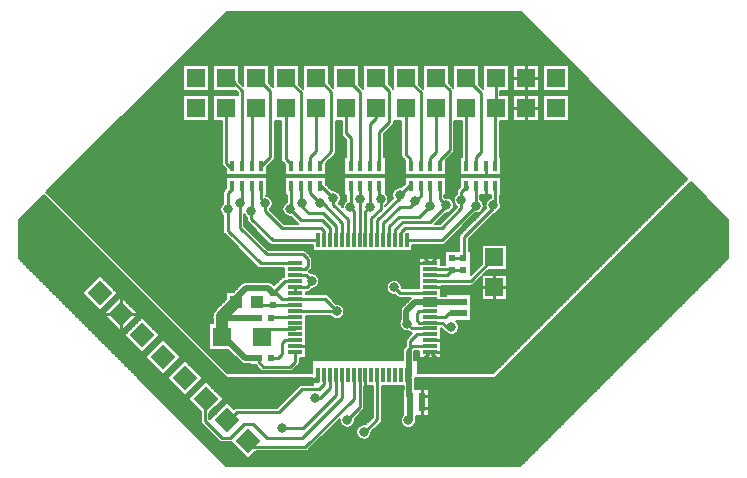
<source format=gtl>
G04 EasyPC Gerber Version 20.0.2 Build 4112 *
G04 #@! TF.Part,Single*
G04 #@! TF.FileFunction,Copper,L1,Top *
%FSLAX24Y24*%
%MOIN*%
G04 #@! TA.AperFunction,SMDPad*
%ADD107R,0.01181X0.04724*%
%ADD111R,0.01600X0.03500*%
%ADD108R,0.04724X0.01181*%
%ADD17R,0.02400X0.02400*%
%ADD16R,0.02400X0.02400*%
%ADD110R,0.03940X0.04330*%
G04 #@! TA.AperFunction,ComponentPad*
%ADD28R,0.06000X0.06000*%
G04 #@! TA.AperFunction,SMDPad*
%ADD109R,0.06300X0.06300*%
G04 #@! TD.AperFunction*
%ADD10C,0.00500*%
%ADD14C,0.01000*%
%ADD113C,0.02000*%
G04 #@! TA.AperFunction,ViaPad*
%ADD29C,0.03200*%
G04 #@! TD.AperFunction*
%ADD114C,0.04000*%
G04 #@! TA.AperFunction,ComponentPad*
%AMT112*0 Rectangle Pad at angle 45*21,1,0.06000,0.06000,0,0,45*%
%ADD112T112*%
X0Y0D02*
D02*
D10*
X1142Y9324D02*
X295Y8477D01*
Y7204*
X7219Y281*
X17021*
X23955Y7214*
Y8487*
X22703Y9739*
X16175Y3211*
X13519*
X13520Y3190*
Y2846*
X13990*
Y1956*
X13550*
Y1871*
X13549Y1850*
X13546Y1830*
X13540Y1810*
X13540Y1801*
X13539Y1773*
X13534Y1746*
X13527Y1719*
X13517Y1694*
X13504Y1669*
X13488Y1646*
X13470Y1625*
X13450Y1606*
X13428Y1590*
X13405Y1575*
X13380Y1564*
X13353Y1555*
X13326Y1549*
X13299Y1546*
X13271*
X13244Y1549*
X13217Y1555*
X13191Y1564*
X13166Y1575*
X13142Y1590*
X13120Y1606*
X13100Y1625*
X13082Y1646*
X13066Y1669*
X13053Y1694*
X13043Y1719*
X13036Y1746*
X13031Y1773*
X13030Y1801*
X13031Y1827*
X13035Y1853*
X13042Y1878*
X13051Y1902*
X13062Y1925*
X13076Y1947*
X13092Y1968*
X13110Y1987*
Y2846*
X13130*
Y2946*
X12416*
Y1831*
X12414Y1810*
X12410Y1789*
X12404Y1769*
X12394Y1750*
X12383Y1733*
X12369Y1717*
X12060Y1409*
X12058Y1381*
X12054Y1354*
X12046Y1327*
X12036Y1302*
X12023Y1278*
X12007Y1255*
X11989Y1234*
X11969Y1215*
X11947Y1199*
X11923Y1185*
X11898Y1173*
X11872Y1165*
X11845Y1159*
X11818Y1156*
X11790Y1156*
X11763Y1159*
X11736Y1165*
X11710Y1174*
X11685Y1186*
X11661Y1200*
X11639Y1217*
X11619Y1236*
X11602Y1257*
X11586Y1280*
X11573Y1304*
X11563Y1330*
X11556Y1356*
X11551Y1383*
X11550Y1411*
X11552Y1439*
X11556Y1467*
X11564Y1494*
X11575Y1520*
X11588Y1545*
X11605Y1569*
X11623Y1590*
X11644Y1609*
X11667Y1625*
X11692Y1639*
X11718Y1651*
X11745Y1659*
X11773Y1664*
X11801Y1666*
X11829Y1665*
X11857Y1660*
X12094Y1897*
Y2946*
X11826*
Y2249*
X11824Y2228*
X11820Y2208*
X11814Y2188*
X11805Y2169*
X11793Y2152*
X11780Y2136*
X11506Y1857*
X11509Y1834*
X11510Y1811*
X11509Y1783*
X11504Y1756*
X11497Y1729*
X11486Y1704*
X11474Y1679*
X11458Y1657*
X11440Y1636*
X11420Y1617*
X11398Y1600*
X11374Y1586*
X11349Y1574*
X11323Y1565*
X11296Y1559*
X11269Y1556*
X11241*
X11214Y1559*
X11187Y1565*
X11161Y1574*
X11136Y1586*
X11112Y1600*
X11090Y1616*
X11070Y1635*
X11052Y1656*
X11037Y1679*
X11024Y1704*
X11013Y1729*
X11006Y1756*
X11002Y1783*
X11000Y1811*
X11001Y1833*
X11004Y1855*
X9958Y808*
X9943Y796*
X9927Y785*
X9910Y777*
X9893Y771*
X9874Y767*
X9855Y766*
X8221*
X7950Y495*
X7376Y1069*
X7360Y1067*
X7345Y1066*
X7085*
X7066Y1067*
X7047Y1071*
X7030Y1077*
X7013Y1085*
X6997Y1096*
X6982Y1108*
X6412Y1678*
X6400Y1693*
X6389Y1708*
X6381Y1725*
X6375Y1743*
X6371Y1762*
X6370Y1781*
Y2075*
X5935Y2510*
X6536Y3111*
X7137Y2510*
X6660Y2034*
Y1841*
X6670Y1831*
X7243Y2404*
X7474Y2173*
X7490Y2185*
X7507Y2194*
X7526Y2201*
X7545Y2205*
X7565Y2206*
X8905*
X9642Y2943*
X9657Y2956*
X9673Y2966*
X9690Y2975*
X9707Y2981*
X9726Y2985*
X9745Y2986*
X10101*
Y3211*
X7255*
X1142Y9324*
X2399Y6046D02*
X3000Y6647D01*
X3601Y6046*
X3000Y5445*
X2399Y6046*
X3106Y5339D02*
X3707Y5940D01*
X4308Y5339*
X3707Y4738*
X3106Y5339*
X3813Y4632D02*
X4414Y5233D01*
X5015Y4632*
X4414Y4031*
X3813Y4632*
X4520Y3924D02*
X5121Y4525D01*
X5722Y3924*
X5121Y3323*
X4520Y3924*
X5228Y3217D02*
X5829Y3818D01*
X6430Y3217*
X5829Y2616*
X5228Y3217*
X7205Y294D02*
X17035D01*
X7157Y342D02*
X17083D01*
X7109Y390D02*
X17131D01*
X7061Y438D02*
X17179D01*
X7013Y486D02*
X17227D01*
X6965Y534D02*
X7911D01*
X7989D02*
X17275D01*
X6917Y582D02*
X7862D01*
X8037D02*
X17323D01*
X6869Y630D02*
X7814D01*
X8085D02*
X17371D01*
X6821Y678D02*
X7766D01*
X8133D02*
X17419D01*
X6773Y726D02*
X7718D01*
X8181D02*
X17467D01*
X6725Y774D02*
X7670D01*
X9904D02*
X17515D01*
X6677Y823D02*
X7622D01*
X9972D02*
X17563D01*
X6629Y871D02*
X7574D01*
X10020D02*
X17611D01*
X6581Y919D02*
X7526D01*
X10068D02*
X17659D01*
X6533Y967D02*
X7478D01*
X10116D02*
X17707D01*
X6485Y1015D02*
X7430D01*
X10164D02*
X17755D01*
X6437Y1063D02*
X7382D01*
X10212D02*
X17803D01*
X6389Y1111D02*
X6980D01*
X10260D02*
X17851D01*
X6341Y1159D02*
X6932D01*
X10308D02*
X11767D01*
X11843D02*
X17899D01*
X6293Y1207D02*
X6884D01*
X10356D02*
X11652D01*
X11958D02*
X17947D01*
X6245Y1255D02*
X6836D01*
X10404D02*
X11603D01*
X12007D02*
X17995D01*
X6197Y1303D02*
X6788D01*
X10452D02*
X11574D01*
X12036D02*
X18043D01*
X6149Y1351D02*
X6740D01*
X10500D02*
X11557D01*
X12053D02*
X18091D01*
X6101Y1399D02*
X6692D01*
X10548D02*
X11550D01*
X12060D02*
X18139D01*
X6052Y1447D02*
X6644D01*
X10596D02*
X11553D01*
X12098D02*
X18188D01*
X6004Y1495D02*
X6596D01*
X10644D02*
X11564D01*
X12146D02*
X18236D01*
X5956Y1543D02*
X6548D01*
X10692D02*
X11587D01*
X12194D02*
X18284D01*
X5908Y1591D02*
X6500D01*
X10740D02*
X11126D01*
X11384D02*
X11625D01*
X12242D02*
X13140D01*
X13430D02*
X18332D01*
X5860Y1639D02*
X6452D01*
X10788D02*
X11067D01*
X11443D02*
X11691D01*
X12291D02*
X13088D01*
X13482D02*
X18380D01*
X5812Y1687D02*
X6404D01*
X10836D02*
X11032D01*
X11478D02*
X11884D01*
X12339D02*
X13056D01*
X13514D02*
X18428D01*
X5764Y1735D02*
X6377D01*
X10884D02*
X11011D01*
X11499D02*
X11932D01*
X12384D02*
X13038D01*
X13532D02*
X18476D01*
X5716Y1783D02*
X6370D01*
X10932D02*
X11001D01*
X11509D02*
X11980D01*
X12409D02*
X13030D01*
X13540D02*
X18524D01*
X5668Y1831D02*
X6370D01*
X6670D02*
X6670D01*
X10980D02*
X11001D01*
X11509D02*
X12028D01*
X12416D02*
X13031D01*
X13546D02*
X18572D01*
X5620Y1879D02*
X6370D01*
X6660D02*
X6718D01*
X11527D02*
X12076D01*
X12416D02*
X13042D01*
X13550D02*
X18620D01*
X5572Y1927D02*
X6370D01*
X6660D02*
X6766D01*
X11575D02*
X12094D01*
X12416D02*
X13063D01*
X13550D02*
X18668D01*
X5524Y1975D02*
X6370D01*
X6660D02*
X6814D01*
X11622D02*
X12094D01*
X12416D02*
X13099D01*
X13990D02*
X18716D01*
X5476Y2023D02*
X6370D01*
X6660D02*
X6862D01*
X11669D02*
X12094D01*
X12416D02*
X13110D01*
X13990D02*
X18764D01*
X5428Y2071D02*
X6370D01*
X6698D02*
X6910D01*
X11716D02*
X12094D01*
X12416D02*
X13110D01*
X13990D02*
X18812D01*
X5380Y2119D02*
X6325D01*
X6746D02*
X6958D01*
X11763D02*
X12094D01*
X12416D02*
X13110D01*
X13990D02*
X18860D01*
X5332Y2167D02*
X6277D01*
X6794D02*
X7006D01*
X11804D02*
X12094D01*
X12416D02*
X13110D01*
X13990D02*
X18908D01*
X5284Y2215D02*
X6229D01*
X6842D02*
X7054D01*
X7431D02*
X8914D01*
X11822D02*
X12094D01*
X12416D02*
X13110D01*
X13990D02*
X18956D01*
X5236Y2263D02*
X6181D01*
X6890D02*
X7102D01*
X7383D02*
X8963D01*
X11826D02*
X12094D01*
X12416D02*
X13110D01*
X13990D02*
X19004D01*
X5188Y2311D02*
X6133D01*
X6938D02*
X7150D01*
X7335D02*
X9011D01*
X11826D02*
X12094D01*
X12416D02*
X13110D01*
X13990D02*
X19052D01*
X5140Y2360D02*
X6085D01*
X6986D02*
X7198D01*
X7287D02*
X9059D01*
X11826D02*
X12094D01*
X12416D02*
X13110D01*
X13990D02*
X19100D01*
X5092Y2408D02*
X6037D01*
X7034D02*
X9107D01*
X11826D02*
X12094D01*
X12416D02*
X13110D01*
X13990D02*
X19148D01*
X5044Y2456D02*
X5989D01*
X7082D02*
X9155D01*
X11826D02*
X12094D01*
X12416D02*
X13110D01*
X13990D02*
X19196D01*
X4996Y2504D02*
X5941D01*
X7130D02*
X9203D01*
X11826D02*
X12094D01*
X12416D02*
X13110D01*
X13990D02*
X19244D01*
X4948Y2552D02*
X5976D01*
X7095D02*
X9251D01*
X11826D02*
X12094D01*
X12416D02*
X13110D01*
X13990D02*
X19292D01*
X4900Y2600D02*
X6024D01*
X7047D02*
X9299D01*
X11826D02*
X12094D01*
X12416D02*
X13110D01*
X13990D02*
X19340D01*
X4852Y2648D02*
X5797D01*
X5860D02*
X6072D01*
X6999D02*
X9347D01*
X11826D02*
X12094D01*
X12416D02*
X13110D01*
X13990D02*
X19388D01*
X4804Y2696D02*
X5749D01*
X5908D02*
X6120D01*
X6951D02*
X9395D01*
X11826D02*
X12094D01*
X12416D02*
X13110D01*
X13990D02*
X19436D01*
X4756Y2744D02*
X5701D01*
X5956D02*
X6168D01*
X6903D02*
X9443D01*
X11826D02*
X12094D01*
X12416D02*
X13110D01*
X13990D02*
X19484D01*
X4708Y2792D02*
X5653D01*
X6004D02*
X6216D01*
X6855D02*
X9491D01*
X11826D02*
X12094D01*
X12416D02*
X13110D01*
X13990D02*
X19532D01*
X4660Y2840D02*
X5605D01*
X6052D02*
X6264D01*
X6807D02*
X9539D01*
X11826D02*
X12094D01*
X12416D02*
X13110D01*
X13990D02*
X19580D01*
X4612Y2888D02*
X5557D01*
X6100D02*
X6312D01*
X6759D02*
X9587D01*
X11826D02*
X12094D01*
X12416D02*
X13130D01*
X13520D02*
X19628D01*
X4564Y2936D02*
X5509D01*
X6148D02*
X6360D01*
X6711D02*
X9635D01*
X11826D02*
X12094D01*
X12416D02*
X13130D01*
X13520D02*
X19676D01*
X4515Y2984D02*
X5461D01*
X6196D02*
X6408D01*
X6663D02*
X9721D01*
X13520D02*
X19725D01*
X4467Y3032D02*
X5413D01*
X6244D02*
X6456D01*
X6615D02*
X10101D01*
X13520D02*
X19773D01*
X4419Y3080D02*
X5365D01*
X6292D02*
X6504D01*
X6567D02*
X10101D01*
X13520D02*
X19821D01*
X4371Y3128D02*
X5317D01*
X6340D02*
X10101D01*
X13520D02*
X19869D01*
X4323Y3176D02*
X5269D01*
X6388D02*
X10101D01*
X13520D02*
X19917D01*
X4275Y3224D02*
X5234D01*
X6423D02*
X7242D01*
X16188D02*
X19965D01*
X4227Y3272D02*
X5282D01*
X6375D02*
X7194D01*
X16236D02*
X20013D01*
X4179Y3320D02*
X5330D01*
X6327D02*
X7146D01*
X16284D02*
X20061D01*
X4131Y3368D02*
X5077D01*
X5166D02*
X5378D01*
X6279D02*
X7098D01*
X16332D02*
X20109D01*
X4083Y3416D02*
X5029D01*
X5214D02*
X5426D01*
X6231D02*
X7050D01*
X16380D02*
X20157D01*
X4035Y3464D02*
X4981D01*
X5262D02*
X5474D01*
X6183D02*
X7002D01*
X16428D02*
X20205D01*
X3987Y3512D02*
X4933D01*
X5310D02*
X5522D01*
X6135D02*
X6954D01*
X16476D02*
X20253D01*
X3939Y3560D02*
X4885D01*
X5358D02*
X5571D01*
X6087D02*
X6906D01*
X16524D02*
X20301D01*
X3891Y3608D02*
X4836D01*
X5406D02*
X5619D01*
X6039D02*
X6858D01*
X16572D02*
X20349D01*
X3843Y3656D02*
X4788D01*
X5454D02*
X5667D01*
X5991D02*
X6809D01*
X16621D02*
X20397D01*
X3795Y3704D02*
X4740D01*
X5502D02*
X5715D01*
X5942D02*
X6761D01*
X16669D02*
X20445D01*
X3747Y3752D02*
X4692D01*
X5551D02*
X5763D01*
X5894D02*
X6713D01*
X16717D02*
X20493D01*
X3699Y3800D02*
X4644D01*
X5599D02*
X5811D01*
X5846D02*
X6665D01*
X16765D02*
X20541D01*
X3651Y3849D02*
X4596D01*
X5647D02*
X6617D01*
X16813D02*
X20589D01*
X3603Y3897D02*
X4548D01*
X5695D02*
X6569D01*
X16861D02*
X20637D01*
X3555Y3945D02*
X4541D01*
X5702D02*
X6521D01*
X16909D02*
X20685D01*
X3507Y3993D02*
X4589D01*
X5654D02*
X6473D01*
X16957D02*
X20733D01*
X3459Y4041D02*
X4404D01*
X4424D02*
X4637D01*
X5606D02*
X6425D01*
X17005D02*
X20781D01*
X3411Y4089D02*
X4356D01*
X4472D02*
X4685D01*
X5558D02*
X6377D01*
X17053D02*
X20829D01*
X3363Y4137D02*
X4308D01*
X4521D02*
X4733D01*
X5510D02*
X6329D01*
X17101D02*
X20877D01*
X3315Y4185D02*
X4260D01*
X4569D02*
X4781D01*
X5462D02*
X6281D01*
X17149D02*
X20925D01*
X3267Y4233D02*
X4212D01*
X4617D02*
X4829D01*
X5414D02*
X6233D01*
X17197D02*
X20973D01*
X3219Y4281D02*
X4164D01*
X4665D02*
X4877D01*
X5366D02*
X6185D01*
X17245D02*
X21021D01*
X3171Y4329D02*
X4116D01*
X4713D02*
X4925D01*
X5318D02*
X6137D01*
X17293D02*
X21069D01*
X3123Y4377D02*
X4068D01*
X4761D02*
X4973D01*
X5270D02*
X6089D01*
X17341D02*
X21117D01*
X3075Y4425D02*
X4020D01*
X4809D02*
X5021D01*
X5222D02*
X6041D01*
X17389D02*
X21165D01*
X3026Y4473D02*
X3972D01*
X4857D02*
X5069D01*
X5174D02*
X5993D01*
X17437D02*
X21214D01*
X2978Y4521D02*
X3924D01*
X4905D02*
X5117D01*
X5126D02*
X5945D01*
X17485D02*
X21262D01*
X2930Y4569D02*
X3876D01*
X4953D02*
X5897D01*
X17533D02*
X21310D01*
X2882Y4617D02*
X3828D01*
X5001D02*
X5849D01*
X17581D02*
X21358D01*
X2834Y4665D02*
X3847D01*
X4982D02*
X5801D01*
X17629D02*
X21406D01*
X2786Y4713D02*
X3895D01*
X4934D02*
X5753D01*
X17677D02*
X21454D01*
X2738Y4761D02*
X3684D01*
X3731D02*
X3943D01*
X4886D02*
X5705D01*
X17725D02*
X21502D01*
X2690Y4809D02*
X3636D01*
X3779D02*
X3991D01*
X4838D02*
X5657D01*
X17773D02*
X21550D01*
X2642Y4857D02*
X3588D01*
X3827D02*
X4039D01*
X4790D02*
X5609D01*
X17821D02*
X21598D01*
X2594Y4905D02*
X3540D01*
X3875D02*
X4087D01*
X4742D02*
X5561D01*
X17869D02*
X21646D01*
X2546Y4953D02*
X3492D01*
X3923D02*
X4135D01*
X4694D02*
X5513D01*
X17917D02*
X21694D01*
X2498Y5001D02*
X3444D01*
X3971D02*
X4183D01*
X4646D02*
X5465D01*
X17965D02*
X21742D01*
X2450Y5049D02*
X3396D01*
X4019D02*
X4231D01*
X4598D02*
X5417D01*
X18013D02*
X21790D01*
X2402Y5097D02*
X3348D01*
X4067D02*
X4279D01*
X4550D02*
X5369D01*
X18061D02*
X21838D01*
X2354Y5145D02*
X3299D01*
X4115D02*
X4327D01*
X4502D02*
X5321D01*
X18109D02*
X21886D01*
X2306Y5193D02*
X3251D01*
X4163D02*
X4375D01*
X4454D02*
X5272D01*
X18158D02*
X21934D01*
X2258Y5241D02*
X3203D01*
X4211D02*
X5224D01*
X18206D02*
X21982D01*
X2210Y5289D02*
X3155D01*
X4259D02*
X5176D01*
X18254D02*
X22030D01*
X2162Y5337D02*
X3107D01*
X4307D02*
X5128D01*
X18302D02*
X22078D01*
X2114Y5386D02*
X3153D01*
X4261D02*
X5080D01*
X18350D02*
X22126D01*
X2066Y5434D02*
X3201D01*
X4213D02*
X5032D01*
X18398D02*
X22174D01*
X2018Y5482D02*
X2963D01*
X3037D02*
X3249D01*
X4165D02*
X4984D01*
X18446D02*
X22222D01*
X1970Y5530D02*
X2915D01*
X3085D02*
X3297D01*
X4117D02*
X4936D01*
X18494D02*
X22270D01*
X1922Y5578D02*
X2867D01*
X3133D02*
X3345D01*
X4069D02*
X4888D01*
X18542D02*
X22318D01*
X1874Y5626D02*
X2819D01*
X3181D02*
X3393D01*
X4021D02*
X4840D01*
X18590D02*
X22366D01*
X1826Y5674D02*
X2771D01*
X3229D02*
X3441D01*
X3973D02*
X4792D01*
X18638D02*
X22414D01*
X1778Y5722D02*
X2723D01*
X3277D02*
X3489D01*
X3925D02*
X4744D01*
X18686D02*
X22462D01*
X1730Y5770D02*
X2675D01*
X3325D02*
X3537D01*
X3877D02*
X4696D01*
X18734D02*
X22510D01*
X1682Y5818D02*
X2627D01*
X3373D02*
X3585D01*
X3829D02*
X4648D01*
X18782D02*
X22558D01*
X1634Y5866D02*
X2579D01*
X3421D02*
X3633D01*
X3781D02*
X4600D01*
X18830D02*
X22606D01*
X1586Y5914D02*
X2531D01*
X3469D02*
X3681D01*
X3733D02*
X4552D01*
X18878D02*
X22654D01*
X1538Y5962D02*
X2483D01*
X3517D02*
X4504D01*
X18926D02*
X22702D01*
X1489Y6010D02*
X2435D01*
X3565D02*
X4456D01*
X18974D02*
X22751D01*
X1441Y6058D02*
X2411D01*
X3589D02*
X4408D01*
X19022D02*
X22799D01*
X1393Y6106D02*
X2459D01*
X3541D02*
X4360D01*
X19070D02*
X22847D01*
X1345Y6154D02*
X2507D01*
X3493D02*
X4312D01*
X19118D02*
X22895D01*
X1297Y6202D02*
X2555D01*
X3445D02*
X4264D01*
X19166D02*
X22943D01*
X1249Y6250D02*
X2603D01*
X3397D02*
X4216D01*
X19214D02*
X22991D01*
X1201Y6298D02*
X2651D01*
X3349D02*
X4168D01*
X19262D02*
X23039D01*
X1153Y6346D02*
X2699D01*
X3301D02*
X4120D01*
X19310D02*
X23087D01*
X1105Y6394D02*
X2748D01*
X3253D02*
X4072D01*
X19358D02*
X23135D01*
X1057Y6442D02*
X2796D01*
X3205D02*
X4024D01*
X19406D02*
X23183D01*
X1009Y6490D02*
X2844D01*
X3157D02*
X3976D01*
X19454D02*
X23231D01*
X961Y6538D02*
X2892D01*
X3109D02*
X3928D01*
X19502D02*
X23279D01*
X913Y6586D02*
X2940D01*
X3061D02*
X3880D01*
X19550D02*
X23327D01*
X865Y6634D02*
X2988D01*
X3013D02*
X3832D01*
X19598D02*
X23375D01*
X817Y6682D02*
X3784D01*
X19646D02*
X23423D01*
X769Y6730D02*
X3735D01*
X19695D02*
X23471D01*
X721Y6778D02*
X3687D01*
X19743D02*
X23519D01*
X673Y6826D02*
X3639D01*
X19791D02*
X23567D01*
X625Y6874D02*
X3591D01*
X19839D02*
X23615D01*
X577Y6923D02*
X3543D01*
X19887D02*
X23663D01*
X529Y6971D02*
X3495D01*
X19935D02*
X23711D01*
X481Y7019D02*
X3447D01*
X19983D02*
X23759D01*
X433Y7067D02*
X3399D01*
X20031D02*
X23807D01*
X385Y7115D02*
X3351D01*
X20079D02*
X23855D01*
X337Y7163D02*
X3303D01*
X20127D02*
X23903D01*
X295Y7211D02*
X3255D01*
X20175D02*
X23951D01*
X295Y7259D02*
X3207D01*
X20223D02*
X23955D01*
X295Y7307D02*
X3159D01*
X20271D02*
X23955D01*
X295Y7355D02*
X3111D01*
X20319D02*
X23955D01*
X295Y7403D02*
X3063D01*
X20367D02*
X23955D01*
X295Y7451D02*
X3015D01*
X20415D02*
X23955D01*
X295Y7499D02*
X2967D01*
X20463D02*
X23955D01*
X295Y7547D02*
X2919D01*
X20511D02*
X23955D01*
X295Y7595D02*
X2871D01*
X20559D02*
X23955D01*
X295Y7643D02*
X2823D01*
X20607D02*
X23955D01*
X295Y7691D02*
X2775D01*
X20655D02*
X23955D01*
X295Y7739D02*
X2727D01*
X20703D02*
X23955D01*
X295Y7787D02*
X2679D01*
X20751D02*
X23955D01*
X295Y7835D02*
X2631D01*
X20799D02*
X23955D01*
X295Y7883D02*
X2583D01*
X20847D02*
X23955D01*
X295Y7931D02*
X2535D01*
X20895D02*
X23955D01*
X295Y7979D02*
X2487D01*
X20943D02*
X23955D01*
X295Y8027D02*
X2439D01*
X20991D02*
X23955D01*
X295Y8075D02*
X2391D01*
X21039D02*
X23955D01*
X295Y8123D02*
X2343D01*
X21087D02*
X23955D01*
X295Y8171D02*
X2295D01*
X21135D02*
X23955D01*
X295Y8219D02*
X2246D01*
X21184D02*
X23955D01*
X295Y8267D02*
X2198D01*
X21232D02*
X23955D01*
X295Y8315D02*
X2150D01*
X21280D02*
X23955D01*
X295Y8363D02*
X2102D01*
X21328D02*
X23955D01*
X295Y8411D02*
X2054D01*
X21376D02*
X23955D01*
X295Y8460D02*
X2006D01*
X21424D02*
X23955D01*
X325Y8508D02*
X1958D01*
X21472D02*
X23935D01*
X373Y8556D02*
X1910D01*
X21520D02*
X23887D01*
X421Y8604D02*
X1862D01*
X21568D02*
X23839D01*
X469Y8652D02*
X1814D01*
X21616D02*
X23791D01*
X517Y8700D02*
X1766D01*
X21664D02*
X23743D01*
X565Y8748D02*
X1718D01*
X21712D02*
X23695D01*
X613Y8796D02*
X1670D01*
X21760D02*
X23647D01*
X661Y8844D02*
X1622D01*
X21808D02*
X23599D01*
X709Y8892D02*
X1574D01*
X21856D02*
X23551D01*
X758Y8940D02*
X1526D01*
X21904D02*
X23502D01*
X806Y8988D02*
X1478D01*
X21952D02*
X23454D01*
X854Y9036D02*
X1430D01*
X22000D02*
X23406D01*
X902Y9084D02*
X1382D01*
X22048D02*
X23358D01*
X950Y9132D02*
X1334D01*
X22096D02*
X23310D01*
X998Y9180D02*
X1286D01*
X22144D02*
X23262D01*
X1046Y9228D02*
X1238D01*
X22192D02*
X23214D01*
X1094Y9276D02*
X1190D01*
X22240D02*
X23166D01*
X22288Y9324D02*
X23118D01*
X22336Y9372D02*
X23070D01*
X22384Y9420D02*
X23022D01*
X22432Y9468D02*
X22974D01*
X22480Y9516D02*
X22926D01*
X22528Y9564D02*
X22878D01*
X22576Y9612D02*
X22830D01*
X22624Y9660D02*
X22782D01*
X22672Y9708D02*
X22734D01*
X1222Y9404D02*
X7245Y3381D01*
X10065*
Y3801*
X13110*
Y4121*
X13111Y4140*
X13115Y4158*
X13121Y4176*
X13129Y4193*
X13140Y4209*
X13152Y4223*
X13200Y4271*
Y4431*
X13201Y4450*
X13205Y4468*
X13211Y4486*
X13219Y4503*
X13230Y4519*
X13242Y4533*
X13426Y4717*
X13414*
X13395Y4718*
X13376Y4722*
X13359Y4728*
X13341Y4736*
X13326Y4747*
X13311Y4759*
X13299Y4772*
X13272Y4767*
X13246Y4766*
X13219Y4767*
X13192Y4771*
X13166Y4778*
X13141Y4788*
X13117Y4801*
X13094Y4815*
X13073Y4833*
X13054Y4852*
X13037Y4873*
X13023Y4896*
X13011Y4920*
X13001Y4945*
X12995Y4971*
X12991Y4998*
X12990Y5025*
X12992Y5052*
X12997Y5079*
X13004Y5105*
X13011Y5127*
X13019Y5148*
X13030Y5168*
Y5441*
X13031Y5463*
X13035Y5484*
X13041Y5505*
X13049Y5526*
X13060Y5545*
X13073Y5562*
X13087Y5579*
X13387Y5879*
X13391Y5882*
X13015*
X12995Y5884*
X12975Y5887*
X12956Y5894*
X12937Y5902*
X12920Y5913*
X12905Y5926*
X12849Y5978*
X12822Y5976*
X12795Y5977*
X12768Y5980*
X12742Y5987*
X12716Y5996*
X12692Y6008*
X12669Y6022*
X12647Y6039*
X12628Y6058*
X12610Y6079*
X12595Y6101*
X12583Y6125*
X12573Y6151*
X12566Y6177*
X12561Y6204*
X12560Y6231*
X12561Y6258*
X12566Y6286*
X12573Y6312*
X12584Y6338*
X12596Y6362*
X12612Y6385*
X12630Y6406*
X12650Y6425*
X12672Y6442*
X12696Y6456*
X12721Y6468*
X12747Y6477*
X12774Y6482*
X12801Y6485*
X12829*
X12856Y6482*
X12883Y6477*
X12909Y6468*
X12934Y6456*
X12958Y6442*
X12980Y6425*
X13000Y6406*
X13018Y6385*
X13033Y6362*
X13046Y6338*
X13057Y6312*
X13064Y6286*
X13068Y6259*
X13070Y6231*
X13069Y6213*
X13079Y6204*
X13644*
Y7211*
X14367*
Y6975*
X14510*
Y7446*
X14880*
Y7456*
X14974*
Y7901*
X14976Y7922*
X14980Y7942*
X14986Y7962*
X14996Y7981*
X15007Y7999*
X15021Y8015*
X15876Y8870*
X15868Y8896*
X15862Y8924*
X15860Y8951*
X15860Y8979*
X15864Y9007*
X15870Y9034*
X15880Y9060*
X15892Y9085*
X15907Y9109*
X15924Y9130*
X15944Y9150*
X15965Y9168*
X15989Y9183*
X16014Y9195*
X16040Y9205*
Y9326*
X15690*
Y9161*
X15712Y9143*
X15732Y9124*
X15750Y9102*
X15766Y9079*
X15778Y9054*
X15788Y9028*
X15795Y9001*
X15799Y8973*
X15800Y8945*
X15798Y8917*
X15792Y8889*
X15784Y8862*
X15773Y8837*
X15759Y8812*
X15743Y8790*
X15724Y8769*
X15703Y8751*
X15680Y8734*
X15655Y8721*
X15629Y8710*
X15602Y8702*
X15575Y8698*
X15547Y8696*
X15519Y8697*
X14509Y7687*
X14493Y7673*
X14475Y7662*
X14456Y7652*
X14437Y7646*
X14416Y7641*
X14395Y7640*
X13422*
Y7434*
X10101*
Y7640*
X8769*
X8748Y7641*
X8727Y7646*
X8708Y7652*
X8689Y7662*
X8671Y7673*
X8655Y7687*
X7941Y8401*
X7927Y8417*
X7916Y8435*
X7906Y8453*
X7900Y8473*
X7896Y8494*
X7894Y8515*
Y8563*
X7876Y8580*
X7859Y8598*
X7844Y8618*
X7831Y8639*
X7820Y8662*
Y8281*
X8625Y7476*
X9765*
X9784Y7475*
X9803Y7471*
X9820Y7465*
X9837Y7456*
X9853Y7446*
X9868Y7433*
X10038Y7263*
X10050Y7249*
X10061Y7233*
X10069Y7216*
X10075Y7198*
X10079Y7180*
X10080Y7161*
Y6931*
X10079Y6912*
X10075Y6893*
X10069Y6875*
X10061Y6858*
X10050Y6843*
X10038Y6828*
X9977Y6768*
X9990Y6758*
X10002Y6747*
X10044Y6705*
X10073Y6706*
X10101Y6703*
X10129Y6698*
X10155Y6689*
X10181Y6678*
X10206Y6664*
X10228Y6647*
X10249Y6627*
X10267Y6606*
X10283Y6583*
X10296Y6558*
X10307Y6532*
X10314Y6504*
X10319Y6476*
X10320Y6448*
X10318Y6420*
X10313Y6392*
X10305Y6365*
X10294Y6339*
X10280Y6315*
X10264Y6292*
X10245Y6271*
X10224Y6252*
X10201Y6235*
X10177Y6222*
X10151Y6211*
X10123Y6203*
X10096Y6198*
X10035Y6137*
X10019Y6123*
X10002Y6112*
X9983Y6102*
X9963Y6096*
X9942Y6091*
X9921Y6090*
X9879*
Y6012*
X10525*
X10544Y6010*
X10563Y6007*
X10582Y6001*
X10600Y5993*
X10616Y5983*
X10631Y5971*
X10645Y5958*
X10887Y5686*
X10915Y5685*
X10942Y5682*
X10969Y5676*
X10995Y5667*
X11019Y5655*
X11043Y5641*
X11065Y5624*
X11084Y5605*
X11102Y5584*
X11117Y5562*
X11130Y5537*
X11140Y5512*
X11148Y5485*
X11152Y5458*
X11154Y5431*
X11152Y5404*
X11148Y5377*
X11141Y5351*
X11131Y5325*
X11118Y5301*
X11103Y5278*
X11086Y5257*
X11066Y5239*
X11045Y5222*
X11021Y5207*
X10997Y5196*
X10971Y5186*
X10945Y5180*
X10918Y5177*
X10891Y5176*
X10864Y5178*
X10837Y5184*
X10811Y5192*
X10786Y5202*
X10762Y5216*
X10740Y5231*
X10719Y5249*
X10701Y5270*
X10685Y5292*
X9879*
Y3890*
X9662*
Y3743*
X9661Y3724*
X9657Y3706*
X9651Y3688*
X9643Y3671*
X9632Y3655*
X9620Y3641*
X9458Y3478*
X9443Y3466*
X9427Y3455*
X9410Y3447*
X9393Y3441*
X9374Y3437*
X9355Y3436*
X8455*
X8436Y3437*
X8417Y3441*
X8400Y3447*
X8383Y3455*
X8367Y3466*
X8352Y3478*
X8202Y3628*
X8195Y3636*
X8060*
Y3686*
X7835*
X7813Y3687*
X7792Y3691*
X7771Y3697*
X7750Y3705*
X7731Y3716*
X7713Y3728*
X7697Y3743*
X7289Y4151*
X6645*
Y5031*
X6774*
Y5138*
X6766Y5167*
X6761Y5196*
X6758Y5225*
X6758Y5254*
X6761Y5284*
X6766Y5313*
X6773Y5341*
X6784Y5369*
X6796Y5395*
X6811Y5421*
X6829Y5445*
X6848Y5467*
X6862Y5484*
X6876Y5499*
X7213Y5836*
Y6082*
X7458*
X7726Y6350*
X7744Y6366*
X7763Y6379*
X7784Y6391*
X7805Y6400*
X7828Y6406*
X7851Y6410*
X7875Y6412*
X8625*
X8650Y6410*
X8674Y6406*
X8697Y6399*
X8720Y6389*
X8741Y6377*
X8761Y6362*
X8779Y6345*
X8818Y6303*
X9060Y6549*
X9077Y6564*
X9095Y6576*
X9114Y6585*
X9135Y6592*
X9156Y6596*
Y6866*
X8365*
X8344Y6868*
X8323Y6872*
X8303Y6879*
X8284Y6888*
X8267Y6900*
X8251Y6914*
X7161Y8007*
X7147Y8023*
X7136Y8041*
X7126Y8059*
X7120Y8079*
X7116Y8100*
X7114Y8121*
Y8633*
X7093Y8652*
X7075Y8673*
X7058Y8696*
X7045Y8721*
X7034Y8747*
X7026Y8775*
X7022Y8803*
X7020Y8831*
X7022Y8859*
X7026Y8887*
X7034Y8914*
X7045Y8941*
X7058Y8965*
X7075Y8989*
X7093Y9010*
X7114Y9029*
Y9381*
X7116Y9402*
X7120Y9422*
X7126Y9442*
X7136Y9461*
X7147Y9479*
X7161Y9495*
X7220Y9553*
Y9926*
X8590*
Y9326*
X8530*
Y9285*
X8557Y9282*
X8583Y9276*
X8609Y9268*
X8634Y9256*
X8657Y9243*
X8679Y9226*
X8699Y9208*
X8716Y9187*
X8732Y9165*
X8745Y9141*
X8755Y9116*
X8763Y9090*
X8768Y9063*
X8770Y9036*
X8769Y9009*
X8765Y8982*
X8759Y8956*
X8749Y8930*
X8737Y8906*
X8723Y8883*
X8706Y8862*
X8687Y8843*
X8666Y8825*
X9135Y8356*
X9625*
X9622Y8358*
X9391Y8590*
X9363Y8586*
X9335Y8586*
X9307Y8589*
X9280Y8594*
X9253Y8603*
X9228Y8614*
X9204Y8629*
X9181Y8645*
X9161Y8665*
X9143Y8686*
X9127Y8709*
X9114Y8734*
X9103Y8760*
X9096Y8787*
X9091Y8814*
X9090Y8842*
X9092Y8870*
X9096Y8898*
X9104Y8925*
X9115Y8950*
X9128Y8975*
X9144Y8998*
X9163Y9019*
X9183Y9038*
X9206Y9054*
X9230Y9068*
Y9326*
X9170*
Y9926*
X10540*
Y9661*
X10739Y9462*
X10767Y9465*
X10795Y9466*
X10822Y9463*
X10850Y9458*
X10876Y9449*
X10902Y9438*
X10926Y9424*
X10948Y9407*
X10969Y9388*
X10987Y9367*
X11003Y9344*
X11016Y9319*
X11026Y9294*
X11034Y9267*
X11039Y9239*
X11040Y9211*
X11039Y9184*
X11034Y9156*
X11027Y9129*
X11016Y9103*
X11003Y9079*
X10987Y9056*
X10969Y9035*
X11100Y8905*
X11102Y8931*
X11106Y8957*
X11113Y8982*
X11123Y9006*
X11135Y9029*
X11149Y9051*
X11166Y9071*
X11184Y9090*
X11204Y9107*
Y9326*
X11160*
Y9926*
X12530*
Y9365*
X12550Y9346*
X12569Y9324*
X12584Y9301*
X12597Y9276*
X12607Y9250*
X12615Y9223*
X12619Y9195*
X12620Y9167*
X12618Y9139*
X12613Y9111*
X12605Y9084*
X12594Y9059*
X12580Y9034*
X12564Y9011*
X12545Y8990*
X12524Y8972*
Y8958*
X12773Y9206*
X12763Y9232*
X12755Y9259*
X12751Y9286*
X12750Y9314*
X12752Y9341*
X12757Y9369*
X12764Y9395*
X12775Y9421*
X12788Y9445*
X12804Y9468*
X12822Y9489*
X12843Y9508*
X12865Y9524*
X12889Y9538*
X12914Y9549*
X12941Y9558*
X12968Y9563*
X12996Y9566*
X13023Y9565*
X13051Y9562*
X13170Y9681*
Y9926*
X14540*
Y9326*
X14480*
Y9251*
X14509Y9222*
X14537Y9225*
X14565Y9226*
X14593Y9223*
X14620Y9217*
X14646Y9209*
X14672Y9198*
X14696Y9183*
X14718Y9167*
X14739Y9148*
X14757Y9127*
X14773Y9104*
X14786Y9079*
X14796Y9053*
X14804Y9026*
X14809Y8999*
X14810Y8971*
X14808Y8943*
X14804Y8915*
X14796Y8888*
X14786Y8862*
X14773Y8838*
X14757Y8815*
X14738Y8794*
X14718Y8775*
X14695Y8758*
X14671Y8744*
X14646Y8733*
X14619Y8724*
X14592Y8719*
X14564Y8716*
X14536Y8717*
X14175Y8356*
X14345*
X14910Y8921*
Y8931*
X14888Y8948*
X14869Y8967*
X14851Y8988*
X14836Y9011*
X14823Y9035*
X14813Y9060*
X14806Y9087*
X14801Y9114*
X14800Y9141*
X14801Y9168*
X14806Y9195*
X14813Y9222*
X14823Y9247*
X14836Y9271*
X14851Y9294*
X14869Y9315*
X14888Y9334*
X14910Y9351*
Y9421*
X14911Y9440*
X14915Y9458*
X14921Y9476*
X14929Y9493*
X14940Y9509*
X14952Y9523*
X15020Y9591*
Y9926*
X16390*
Y9326*
X16330*
Y9099*
X16343Y9075*
X16354Y9050*
X16362Y9024*
X16368Y8998*
X16370Y8971*
X16370Y8944*
X16367Y8917*
X16361Y8891*
X16352Y8865*
X16340Y8841*
X16326Y8818*
X16310Y8796*
X16291Y8776*
X16271Y8759*
X16249Y8743*
X16225Y8730*
X16200Y8720*
X16174Y8712*
X15296Y7834*
Y7456*
X15370*
Y6651*
X15730Y7011*
Y7656*
X16580*
Y6806*
X15935*
X15785Y6656*
X16580*
Y5806*
X15730*
Y6601*
X15463Y6334*
X15449Y6322*
X15433Y6311*
X15416Y6303*
X15398Y6297*
X15380Y6293*
X15361Y6292*
X14367*
Y5946*
X14530*
Y5996*
X15380*
Y5116*
X14877*
X14897Y5099*
X14916Y5080*
X14932Y5060*
X14946Y5037*
X14958Y5014*
X14968Y4989*
X14975Y4963*
X14979Y4937*
X14980Y4911*
X14979Y4883*
X14974Y4856*
X14967Y4830*
X14956Y4804*
X14944Y4780*
X14928Y4757*
X14910Y4736*
X14890Y4717*
X14868Y4700*
X14845Y4686*
X14820Y4674*
X14794Y4665*
X14767Y4659*
X14739Y4656*
X14712Y4656*
X14684Y4659*
X14657Y4665*
X14631Y4674*
X14606Y4685*
X14583Y4699*
X14561Y4716*
X14541Y4735*
X14523Y4756*
X14502Y4763*
X14482Y4773*
X14464Y4786*
X14448Y4800*
X14367Y4887*
Y3890*
X13644*
Y4126*
X13490*
Y3801*
X13585*
X13595Y3791*
Y3381*
X16125*
X22593Y9849*
X17031Y15411*
X7229*
X1222Y9404*
X6640Y12636D02*
Y11786D01*
X5790*
Y12636*
X6640*
Y13636D02*
Y12786D01*
X5790*
Y13636*
X6640*
X7070Y11786D02*
X6790D01*
Y12636*
X7600*
Y12721*
X7535Y12786*
X6790*
Y13636*
X7640*
Y13091*
X7790Y12941*
Y13636*
X8640*
Y13043*
X8790Y12893*
Y13636*
X9640*
Y12991*
X9790Y12841*
Y13636*
X10640*
Y13041*
X10790Y12891*
Y13636*
X11640*
Y12991*
X11788Y12843*
X11790Y12841*
Y13636*
X12640*
Y13013*
X12769Y12885*
X12780Y12872*
X12790Y12858*
Y13636*
X13640*
Y12991*
X13790Y12841*
Y13636*
X14640*
Y13031*
X14768Y12903*
X14780Y12890*
X14790Y12874*
Y13636*
X15640*
Y12991*
X15790Y12841*
Y13636*
X16640*
Y12786*
X16360*
Y12636*
X16640*
Y11786*
X16346*
Y10576*
X16390*
Y9976*
X15020*
Y10576*
X15064*
Y11786*
X14810*
Y10801*
X14809Y10782*
X14805Y10763*
X14799Y10745*
X14791Y10728*
X14780Y10713*
X14768Y10698*
X14540Y10471*
Y9976*
X13170*
Y10469*
X13091Y10547*
X13077Y10563*
X13066Y10581*
X13056Y10599*
X13050Y10619*
X13046Y10640*
X13044Y10661*
Y11786*
X12816*
Y11751*
X12814Y11730*
X12810Y11710*
X12804Y11690*
X12795Y11672*
X12784Y11655*
X12770Y11639*
X12486Y11346*
Y10576*
X12530*
Y9976*
X11160*
Y10576*
X11220*
Y11151*
X11112Y11258*
X11100Y11273*
X11089Y11288*
X11081Y11305*
X11075Y11323*
X11071Y11342*
X11070Y11361*
Y11786*
X10870*
Y10761*
X10869Y10742*
X10865Y10723*
X10859Y10705*
X10851Y10688*
X10840Y10673*
X10828Y10658*
X10540Y10371*
Y9976*
X9170*
Y10329*
X9091Y10407*
X9077Y10423*
X9066Y10441*
X9056Y10459*
X9050Y10479*
X9046Y10500*
X9044Y10521*
Y11786*
X8846*
Y10581*
X8844Y10560*
X8840Y10539*
X8834Y10519*
X8824Y10500*
X8813Y10483*
X8799Y10467*
X8590Y10259*
Y9976*
X7220*
Y10171*
X7112Y10278*
X7100Y10293*
X7089Y10308*
X7081Y10325*
X7075Y10343*
X7071Y10362*
X7070Y10381*
Y11786*
X17640Y12636D02*
Y11786D01*
X16790*
Y12636*
X17640*
Y13636D02*
Y12786D01*
X16790*
Y13636*
X17640*
X18640Y12636D02*
Y11786D01*
X17790*
Y12636*
X18640*
Y13636D02*
Y12786D01*
X17790*
Y13636*
X18640*
X7226Y3400D02*
X10065D01*
X13595D02*
X16144D01*
X7178Y3448D02*
X8396D01*
X9414D02*
X10065D01*
X13595D02*
X16192D01*
X7130Y3496D02*
X8335D01*
X9475D02*
X10065D01*
X13595D02*
X16240D01*
X7082Y3544D02*
X8287D01*
X9523D02*
X10065D01*
X13595D02*
X16288D01*
X7034Y3592D02*
X8239D01*
X9571D02*
X10065D01*
X13595D02*
X16336D01*
X6986Y3640D02*
X8060D01*
X9619D02*
X10065D01*
X13595D02*
X16384D01*
X6938Y3688D02*
X7804D01*
X9651D02*
X10065D01*
X13595D02*
X16432D01*
X6889Y3736D02*
X7704D01*
X9662D02*
X10065D01*
X13595D02*
X16481D01*
X6841Y3784D02*
X7656D01*
X9662D02*
X10065D01*
X13595D02*
X16529D01*
X6793Y3832D02*
X7608D01*
X9662D02*
X13110D01*
X13490D02*
X16577D01*
X6745Y3880D02*
X7560D01*
X9662D02*
X13110D01*
X13490D02*
X16625D01*
X6697Y3929D02*
X7512D01*
X9879D02*
X13110D01*
X13490D02*
X13644D01*
X14367D02*
X16673D01*
X6649Y3977D02*
X7464D01*
X9879D02*
X13110D01*
X13490D02*
X13644D01*
X14367D02*
X16721D01*
X6601Y4025D02*
X7416D01*
X9879D02*
X13110D01*
X13490D02*
X13644D01*
X14367D02*
X16769D01*
X6553Y4073D02*
X7367D01*
X9879D02*
X13110D01*
X13490D02*
X13644D01*
X14367D02*
X16817D01*
X6505Y4121D02*
X7319D01*
X9879D02*
X13110D01*
X13490D02*
X13644D01*
X14367D02*
X16865D01*
X6457Y4169D02*
X6645D01*
X9879D02*
X13118D01*
X14367D02*
X16913D01*
X6409Y4217D02*
X6645D01*
X9879D02*
X13146D01*
X14367D02*
X16961D01*
X6361Y4265D02*
X6645D01*
X9879D02*
X13194D01*
X14367D02*
X17009D01*
X6313Y4313D02*
X6645D01*
X9879D02*
X13200D01*
X14367D02*
X17057D01*
X6265Y4361D02*
X6645D01*
X9879D02*
X13200D01*
X14367D02*
X17105D01*
X6217Y4409D02*
X6645D01*
X9879D02*
X13200D01*
X14367D02*
X17153D01*
X6169Y4457D02*
X6645D01*
X9879D02*
X13202D01*
X14367D02*
X17201D01*
X6121Y4505D02*
X6645D01*
X9879D02*
X13220D01*
X14367D02*
X17249D01*
X6073Y4553D02*
X6645D01*
X9879D02*
X13262D01*
X14367D02*
X17297D01*
X6025Y4601D02*
X6645D01*
X9879D02*
X13310D01*
X14367D02*
X17345D01*
X5977Y4649D02*
X6645D01*
X9879D02*
X13358D01*
X14367D02*
X17393D01*
X5929Y4697D02*
X6645D01*
X9879D02*
X13406D01*
X14367D02*
X14586D01*
X14864D02*
X17441D01*
X5881Y4745D02*
X6645D01*
X9879D02*
X13328D01*
X14367D02*
X14531D01*
X14919D02*
X17489D01*
X5833Y4793D02*
X6645D01*
X9879D02*
X13130D01*
X14367D02*
X14456D01*
X14951D02*
X17537D01*
X5785Y4841D02*
X6645D01*
X9879D02*
X13064D01*
X14367D02*
X14410D01*
X14970D02*
X17585D01*
X5737Y4889D02*
X6645D01*
X9879D02*
X13027D01*
X14979D02*
X17633D01*
X5689Y4937D02*
X6645D01*
X9879D02*
X13004D01*
X14979D02*
X17681D01*
X5641Y4985D02*
X6645D01*
X9879D02*
X12993D01*
X14969D02*
X17729D01*
X5593Y5033D02*
X6774D01*
X9879D02*
X12990D01*
X14949D02*
X17777D01*
X5545Y5081D02*
X6774D01*
X9879D02*
X12997D01*
X14915D02*
X17825D01*
X5497Y5129D02*
X6774D01*
X9879D02*
X13012D01*
X15380D02*
X17873D01*
X5449Y5177D02*
X6764D01*
X9879D02*
X10871D01*
X10926D02*
X13030D01*
X15380D02*
X17921D01*
X5401Y5225D02*
X6758D01*
X9879D02*
X10748D01*
X11050D02*
X13030D01*
X15380D02*
X17969D01*
X5352Y5273D02*
X6759D01*
X9879D02*
X10698D01*
X11099D02*
X13030D01*
X15380D02*
X18018D01*
X5304Y5321D02*
X6768D01*
X11129D02*
X13030D01*
X15380D02*
X18066D01*
X5256Y5369D02*
X6784D01*
X11146D02*
X13030D01*
X15380D02*
X18114D01*
X5208Y5417D02*
X6809D01*
X11153D02*
X13030D01*
X15380D02*
X18162D01*
X5160Y5466D02*
X6847D01*
X11151D02*
X13032D01*
X15380D02*
X18210D01*
X5112Y5514D02*
X6891D01*
X11140D02*
X13044D01*
X15380D02*
X18258D01*
X5064Y5562D02*
X6939D01*
X11118D02*
X13072D01*
X15380D02*
X18306D01*
X5016Y5610D02*
X6987D01*
X11081D02*
X13118D01*
X15380D02*
X18354D01*
X4968Y5658D02*
X7035D01*
X11015D02*
X13166D01*
X15380D02*
X18402D01*
X4920Y5706D02*
X7083D01*
X10869D02*
X13214D01*
X15380D02*
X18450D01*
X4872Y5754D02*
X7131D01*
X10827D02*
X13262D01*
X15380D02*
X18498D01*
X4824Y5802D02*
X7179D01*
X10784D02*
X13310D01*
X15380D02*
X18546D01*
X4776Y5850D02*
X7213D01*
X10741D02*
X13358D01*
X15380D02*
X15730D01*
X16580D02*
X18594D01*
X4728Y5898D02*
X7213D01*
X10698D02*
X12946D01*
X15380D02*
X15730D01*
X16580D02*
X18642D01*
X4680Y5946D02*
X7213D01*
X10656D02*
X12884D01*
X14367D02*
X14530D01*
X15380D02*
X15730D01*
X16580D02*
X18690D01*
X4632Y5994D02*
X7213D01*
X10598D02*
X12721D01*
X14367D02*
X14530D01*
X15380D02*
X15730D01*
X16580D02*
X18738D01*
X4584Y6042D02*
X7213D01*
X9879D02*
X12644D01*
X14367D02*
X15730D01*
X16580D02*
X18786D01*
X4536Y6090D02*
X7466D01*
X9879D02*
X12602D01*
X14367D02*
X15730D01*
X16580D02*
X18834D01*
X4488Y6138D02*
X7514D01*
X10036D02*
X12578D01*
X14367D02*
X15730D01*
X16580D02*
X18882D01*
X4440Y6186D02*
X7562D01*
X10084D02*
X12564D01*
X14367D02*
X15730D01*
X16580D02*
X18930D01*
X4392Y6234D02*
X7610D01*
X10199D02*
X12560D01*
X13070D02*
X13644D01*
X14367D02*
X15730D01*
X16580D02*
X18978D01*
X4344Y6282D02*
X7658D01*
X10256D02*
X12565D01*
X13065D02*
X13644D01*
X14367D02*
X15730D01*
X16580D02*
X19026D01*
X4296Y6330D02*
X7706D01*
X8793D02*
X8845D01*
X10290D02*
X12580D01*
X13050D02*
X13644D01*
X15459D02*
X15730D01*
X16580D02*
X19074D01*
X4248Y6378D02*
X7761D01*
X8739D02*
X8892D01*
X10309D02*
X12607D01*
X13023D02*
X13644D01*
X15507D02*
X15730D01*
X16580D02*
X19122D01*
X4200Y6426D02*
X8939D01*
X10319D02*
X12651D01*
X12979D02*
X13644D01*
X15555D02*
X15730D01*
X16580D02*
X19170D01*
X4152Y6474D02*
X8986D01*
X10319D02*
X12739D01*
X12891D02*
X13644D01*
X15603D02*
X15730D01*
X16580D02*
X19218D01*
X4104Y6522D02*
X9034D01*
X10310D02*
X13644D01*
X15651D02*
X15730D01*
X16580D02*
X19266D01*
X4056Y6570D02*
X9086D01*
X10290D02*
X13644D01*
X15699D02*
X15730D01*
X16580D02*
X19314D01*
X4008Y6618D02*
X9156D01*
X10257D02*
X13644D01*
X16580D02*
X19362D01*
X3960Y6666D02*
X9156D01*
X10201D02*
X13644D01*
X15370D02*
X15385D01*
X15796D02*
X19410D01*
X3912Y6714D02*
X9156D01*
X10035D02*
X13644D01*
X15370D02*
X15433D01*
X15844D02*
X19458D01*
X3864Y6762D02*
X9156D01*
X9985D02*
X13644D01*
X15370D02*
X15481D01*
X15892D02*
X19506D01*
X3815Y6810D02*
X9156D01*
X10020D02*
X13644D01*
X15370D02*
X15529D01*
X16580D02*
X19555D01*
X3767Y6858D02*
X9156D01*
X10061D02*
X13644D01*
X15370D02*
X15577D01*
X16580D02*
X19603D01*
X3719Y6906D02*
X8259D01*
X10078D02*
X13644D01*
X15370D02*
X15626D01*
X16580D02*
X19651D01*
X3671Y6954D02*
X8211D01*
X10080D02*
X13644D01*
X15370D02*
X15674D01*
X16580D02*
X19699D01*
X3623Y7003D02*
X8163D01*
X10080D02*
X13644D01*
X14367D02*
X14510D01*
X15370D02*
X15722D01*
X16580D02*
X19747D01*
X3575Y7051D02*
X8115D01*
X10080D02*
X13644D01*
X14367D02*
X14510D01*
X15370D02*
X15730D01*
X16580D02*
X19795D01*
X3527Y7099D02*
X8067D01*
X10080D02*
X13644D01*
X14367D02*
X14510D01*
X15370D02*
X15730D01*
X16580D02*
X19843D01*
X3479Y7147D02*
X8019D01*
X10080D02*
X13644D01*
X14367D02*
X14510D01*
X15370D02*
X15730D01*
X16580D02*
X19891D01*
X3431Y7195D02*
X7971D01*
X10076D02*
X13644D01*
X14367D02*
X14510D01*
X15370D02*
X15730D01*
X16580D02*
X19939D01*
X3383Y7243D02*
X7923D01*
X10055D02*
X14510D01*
X15370D02*
X15730D01*
X16580D02*
X19987D01*
X3335Y7291D02*
X7875D01*
X10010D02*
X14510D01*
X15370D02*
X15730D01*
X16580D02*
X20035D01*
X3287Y7339D02*
X7828D01*
X9962D02*
X14510D01*
X15370D02*
X15730D01*
X16580D02*
X20083D01*
X3239Y7387D02*
X7780D01*
X9914D02*
X14510D01*
X15370D02*
X15730D01*
X16580D02*
X20131D01*
X3191Y7435D02*
X7732D01*
X9866D02*
X10101D01*
X13422D02*
X14510D01*
X15370D02*
X15730D01*
X16580D02*
X20179D01*
X3143Y7483D02*
X7684D01*
X8618D02*
X10101D01*
X13422D02*
X14974D01*
X15296D02*
X15730D01*
X16580D02*
X20227D01*
X3095Y7531D02*
X7636D01*
X8570D02*
X10101D01*
X13422D02*
X14974D01*
X15296D02*
X15730D01*
X16580D02*
X20275D01*
X3047Y7579D02*
X7588D01*
X8522D02*
X10101D01*
X13422D02*
X14974D01*
X15296D02*
X15730D01*
X16580D02*
X20323D01*
X2999Y7627D02*
X7540D01*
X8474D02*
X10101D01*
X13422D02*
X14974D01*
X15296D02*
X15730D01*
X16580D02*
X20371D01*
X2951Y7675D02*
X7492D01*
X8426D02*
X8669D01*
X14495D02*
X14974D01*
X15296D02*
X20419D01*
X2903Y7723D02*
X7445D01*
X8378D02*
X8620D01*
X14544D02*
X14974D01*
X15296D02*
X20467D01*
X2855Y7771D02*
X7397D01*
X8330D02*
X8572D01*
X14592D02*
X14974D01*
X15296D02*
X20515D01*
X2807Y7819D02*
X7349D01*
X8282D02*
X8524D01*
X14641D02*
X14974D01*
X15296D02*
X20563D01*
X2759Y7867D02*
X7301D01*
X8234D02*
X8476D01*
X14689D02*
X14974D01*
X15329D02*
X20611D01*
X2711Y7915D02*
X7253D01*
X8186D02*
X8427D01*
X14737D02*
X14975D01*
X15377D02*
X20659D01*
X2663Y7963D02*
X7205D01*
X8138D02*
X8379D01*
X14785D02*
X14987D01*
X15425D02*
X20707D01*
X2615Y8011D02*
X7158D01*
X8090D02*
X8331D01*
X14833D02*
X15018D01*
X15473D02*
X20755D01*
X2567Y8059D02*
X7127D01*
X8042D02*
X8283D01*
X14881D02*
X15066D01*
X15521D02*
X20803D01*
X2519Y8107D02*
X7115D01*
X7994D02*
X8235D01*
X14929D02*
X15114D01*
X15569D02*
X20851D01*
X2471Y8155D02*
X7114D01*
X7946D02*
X8187D01*
X14977D02*
X15162D01*
X15617D02*
X20899D01*
X2423Y8203D02*
X7114D01*
X7898D02*
X8139D01*
X15025D02*
X15210D01*
X15665D02*
X20947D01*
X2375Y8251D02*
X7114D01*
X7850D02*
X8091D01*
X15073D02*
X15258D01*
X15713D02*
X20995D01*
X2326Y8299D02*
X7114D01*
X7820D02*
X8043D01*
X15121D02*
X15306D01*
X15761D02*
X21044D01*
X2278Y8347D02*
X7114D01*
X7820D02*
X7995D01*
X15169D02*
X15354D01*
X15809D02*
X21092D01*
X2230Y8395D02*
X7114D01*
X7820D02*
X7947D01*
X9096D02*
X9585D01*
X14215D02*
X14384D01*
X15217D02*
X15402D01*
X15857D02*
X21140D01*
X2182Y8443D02*
X7114D01*
X7820D02*
X7911D01*
X9047D02*
X9537D01*
X14263D02*
X14433D01*
X15265D02*
X15450D01*
X15905D02*
X21188D01*
X2134Y8491D02*
X7114D01*
X7820D02*
X7896D01*
X8999D02*
X9489D01*
X14311D02*
X14481D01*
X15313D02*
X15498D01*
X15953D02*
X21236D01*
X2086Y8540D02*
X7114D01*
X7820D02*
X7894D01*
X8951D02*
X9441D01*
X14359D02*
X14529D01*
X15361D02*
X15546D01*
X16001D02*
X21284D01*
X2038Y8588D02*
X7114D01*
X7820D02*
X7868D01*
X8903D02*
X9316D01*
X9374D02*
X9393D01*
X14407D02*
X14577D01*
X15409D02*
X15594D01*
X16049D02*
X21332D01*
X1990Y8636D02*
X7111D01*
X7820D02*
X7833D01*
X8855D02*
X9194D01*
X14455D02*
X14625D01*
X15457D02*
X15642D01*
X16097D02*
X21380D01*
X1942Y8684D02*
X7067D01*
X8807D02*
X9144D01*
X14503D02*
X14673D01*
X15505D02*
X15690D01*
X16145D02*
X21428D01*
X1894Y8732D02*
X7040D01*
X8759D02*
X9115D01*
X14643D02*
X14721D01*
X15675D02*
X15738D01*
X16227D02*
X21476D01*
X1846Y8780D02*
X7025D01*
X8711D02*
X9097D01*
X14724D02*
X14769D01*
X15734D02*
X15786D01*
X16295D02*
X21524D01*
X1798Y8828D02*
X7020D01*
X8669D02*
X9090D01*
X14766D02*
X14817D01*
X15768D02*
X15834D01*
X16333D02*
X21572D01*
X1750Y8876D02*
X7024D01*
X8717D02*
X9092D01*
X14792D02*
X14865D01*
X15789D02*
X15874D01*
X16356D02*
X21620D01*
X1702Y8924D02*
X7038D01*
X8746D02*
X9104D01*
X11081D02*
X11101D01*
X14806D02*
X14910D01*
X15799D02*
X15862D01*
X16368D02*
X21668D01*
X1654Y8972D02*
X7062D01*
X8763D02*
X9126D01*
X11033D02*
X11110D01*
X12524D02*
X12538D01*
X14810D02*
X14864D01*
X15799D02*
X15860D01*
X16370D02*
X21716D01*
X1606Y9020D02*
X7104D01*
X8770D02*
X9163D01*
X10984D02*
X11129D01*
X12570D02*
X12586D01*
X14805D02*
X14831D01*
X15790D02*
X15867D01*
X16363D02*
X21764D01*
X1558Y9068D02*
X7114D01*
X8767D02*
X9229D01*
X10996D02*
X11162D01*
X12598D02*
X12634D01*
X14791D02*
X14811D01*
X15772D02*
X15883D01*
X16347D02*
X21812D01*
X1510Y9116D02*
X7114D01*
X8755D02*
X9230D01*
X11022D02*
X11204D01*
X12614D02*
X12682D01*
X14765D02*
X14801D01*
X15739D02*
X15912D01*
X16330D02*
X21860D01*
X1462Y9164D02*
X7114D01*
X8733D02*
X9230D01*
X11036D02*
X11204D01*
X12620D02*
X12730D01*
X14722D02*
X14801D01*
X15690D02*
X15960D01*
X16330D02*
X21908D01*
X1414Y9212D02*
X7114D01*
X8695D02*
X9230D01*
X11040D02*
X11204D01*
X12617D02*
X12770D01*
X14638D02*
X14810D01*
X15690D02*
X16040D01*
X16330D02*
X21956D01*
X1366Y9260D02*
X7114D01*
X8627D02*
X9230D01*
X11035D02*
X11204D01*
X12604D02*
X12755D01*
X14480D02*
X14830D01*
X15690D02*
X16040D01*
X16330D02*
X22004D01*
X1318Y9308D02*
X7114D01*
X8530D02*
X9230D01*
X11021D02*
X11204D01*
X12580D02*
X12750D01*
X14480D02*
X14862D01*
X15690D02*
X16040D01*
X16330D02*
X22052D01*
X1270Y9356D02*
X7114D01*
X8590D02*
X9170D01*
X10995D02*
X11160D01*
X12540D02*
X12754D01*
X14540D02*
X14910D01*
X16390D02*
X22100D01*
X1222Y9404D02*
X7116D01*
X8590D02*
X9170D01*
X10951D02*
X11160D01*
X12530D02*
X12768D01*
X14540D02*
X14910D01*
X16390D02*
X22148D01*
X1270Y9452D02*
X7131D01*
X8590D02*
X9170D01*
X10868D02*
X11160D01*
X12530D02*
X12793D01*
X14540D02*
X14913D01*
X16390D02*
X22196D01*
X1318Y9500D02*
X7167D01*
X8590D02*
X9170D01*
X10701D02*
X11160D01*
X12530D02*
X12834D01*
X14540D02*
X14934D01*
X16390D02*
X22244D01*
X1366Y9548D02*
X7215D01*
X8590D02*
X9170D01*
X10653D02*
X11160D01*
X12530D02*
X12912D01*
X14540D02*
X14977D01*
X16390D02*
X22292D01*
X1414Y9596D02*
X7220D01*
X8590D02*
X9170D01*
X10605D02*
X11160D01*
X12530D02*
X13085D01*
X14540D02*
X15020D01*
X16390D02*
X22340D01*
X1462Y9644D02*
X7220D01*
X8590D02*
X9170D01*
X10557D02*
X11160D01*
X12530D02*
X13133D01*
X14540D02*
X15020D01*
X16390D02*
X22388D01*
X1510Y9692D02*
X7220D01*
X8590D02*
X9170D01*
X10540D02*
X11160D01*
X12530D02*
X13170D01*
X14540D02*
X15020D01*
X16390D02*
X22436D01*
X1558Y9740D02*
X7220D01*
X8590D02*
X9170D01*
X10540D02*
X11160D01*
X12530D02*
X13170D01*
X14540D02*
X15020D01*
X16390D02*
X22484D01*
X1606Y9788D02*
X7220D01*
X8590D02*
X9170D01*
X10540D02*
X11160D01*
X12530D02*
X13170D01*
X14540D02*
X15020D01*
X16390D02*
X22532D01*
X1654Y9836D02*
X7220D01*
X8590D02*
X9170D01*
X10540D02*
X11160D01*
X12530D02*
X13170D01*
X14540D02*
X15020D01*
X16390D02*
X22581D01*
X1702Y9884D02*
X7220D01*
X8590D02*
X9170D01*
X10540D02*
X11160D01*
X12530D02*
X13170D01*
X14540D02*
X15020D01*
X16390D02*
X22558D01*
X1750Y9932D02*
X22510D01*
X1798Y9980D02*
X7220D01*
X8590D02*
X9170D01*
X10540D02*
X11160D01*
X12530D02*
X13170D01*
X14540D02*
X15020D01*
X16390D02*
X22462D01*
X1846Y10029D02*
X7220D01*
X8590D02*
X9170D01*
X10540D02*
X11160D01*
X12530D02*
X13170D01*
X14540D02*
X15020D01*
X16390D02*
X22414D01*
X1894Y10077D02*
X7220D01*
X8590D02*
X9170D01*
X10540D02*
X11160D01*
X12530D02*
X13170D01*
X14540D02*
X15020D01*
X16390D02*
X22366D01*
X1942Y10125D02*
X7220D01*
X8590D02*
X9170D01*
X10540D02*
X11160D01*
X12530D02*
X13170D01*
X14540D02*
X15020D01*
X16390D02*
X22318D01*
X1990Y10173D02*
X7218D01*
X8590D02*
X9170D01*
X10540D02*
X11160D01*
X12530D02*
X13170D01*
X14540D02*
X15020D01*
X16390D02*
X22270D01*
X2038Y10221D02*
X7170D01*
X8590D02*
X9170D01*
X10540D02*
X11160D01*
X12530D02*
X13170D01*
X14540D02*
X15020D01*
X16390D02*
X22222D01*
X2086Y10269D02*
X7122D01*
X8600D02*
X9170D01*
X10540D02*
X11160D01*
X12530D02*
X13170D01*
X14540D02*
X15020D01*
X16390D02*
X22174D01*
X2134Y10317D02*
X7085D01*
X8648D02*
X9170D01*
X10540D02*
X11160D01*
X12530D02*
X13170D01*
X14540D02*
X15020D01*
X16390D02*
X22126D01*
X2182Y10365D02*
X7071D01*
X8696D02*
X9134D01*
X10540D02*
X11160D01*
X12530D02*
X13170D01*
X14540D02*
X15020D01*
X16390D02*
X22078D01*
X2230Y10413D02*
X7070D01*
X8744D02*
X9086D01*
X10582D02*
X11160D01*
X12530D02*
X13170D01*
X14540D02*
X15020D01*
X16390D02*
X22030D01*
X2278Y10461D02*
X7070D01*
X8792D02*
X9056D01*
X10630D02*
X11160D01*
X12530D02*
X13170D01*
X14540D02*
X15020D01*
X16390D02*
X21982D01*
X2326Y10509D02*
X7070D01*
X8829D02*
X9045D01*
X10678D02*
X11160D01*
X12530D02*
X13130D01*
X14578D02*
X15020D01*
X16390D02*
X21934D01*
X2375Y10557D02*
X7070D01*
X8844D02*
X9044D01*
X10726D02*
X11160D01*
X12530D02*
X13082D01*
X14626D02*
X15020D01*
X16390D02*
X21885D01*
X2423Y10605D02*
X7070D01*
X8846D02*
X9044D01*
X10774D02*
X11220D01*
X12486D02*
X13054D01*
X14674D02*
X15064D01*
X16346D02*
X21837D01*
X2471Y10653D02*
X7070D01*
X8846D02*
X9044D01*
X10822D02*
X11220D01*
X12486D02*
X13044D01*
X14722D02*
X15064D01*
X16346D02*
X21789D01*
X2519Y10701D02*
X7070D01*
X8846D02*
X9044D01*
X10857D02*
X11220D01*
X12486D02*
X13044D01*
X14770D02*
X15064D01*
X16346D02*
X21741D01*
X2567Y10749D02*
X7070D01*
X8846D02*
X9044D01*
X10869D02*
X11220D01*
X12486D02*
X13044D01*
X14800D02*
X15064D01*
X16346D02*
X21693D01*
X2615Y10797D02*
X7070D01*
X8846D02*
X9044D01*
X10870D02*
X11220D01*
X12486D02*
X13044D01*
X14810D02*
X15064D01*
X16346D02*
X21645D01*
X2663Y10845D02*
X7070D01*
X8846D02*
X9044D01*
X10870D02*
X11220D01*
X12486D02*
X13044D01*
X14810D02*
X15064D01*
X16346D02*
X21597D01*
X2711Y10893D02*
X7070D01*
X8846D02*
X9044D01*
X10870D02*
X11220D01*
X12486D02*
X13044D01*
X14810D02*
X15064D01*
X16346D02*
X21549D01*
X2759Y10941D02*
X7070D01*
X8846D02*
X9044D01*
X10870D02*
X11220D01*
X12486D02*
X13044D01*
X14810D02*
X15064D01*
X16346D02*
X21501D01*
X2807Y10989D02*
X7070D01*
X8846D02*
X9044D01*
X10870D02*
X11220D01*
X12486D02*
X13044D01*
X14810D02*
X15064D01*
X16346D02*
X21453D01*
X2855Y11037D02*
X7070D01*
X8846D02*
X9044D01*
X10870D02*
X11220D01*
X12486D02*
X13044D01*
X14810D02*
X15064D01*
X16346D02*
X21405D01*
X2903Y11085D02*
X7070D01*
X8846D02*
X9044D01*
X10870D02*
X11220D01*
X12486D02*
X13044D01*
X14810D02*
X15064D01*
X16346D02*
X21357D01*
X2951Y11133D02*
X7070D01*
X8846D02*
X9044D01*
X10870D02*
X11220D01*
X12486D02*
X13044D01*
X14810D02*
X15064D01*
X16346D02*
X21309D01*
X2999Y11181D02*
X7070D01*
X8846D02*
X9044D01*
X10870D02*
X11190D01*
X12486D02*
X13044D01*
X14810D02*
X15064D01*
X16346D02*
X21261D01*
X3047Y11229D02*
X7070D01*
X8846D02*
X9044D01*
X10870D02*
X11142D01*
X12486D02*
X13044D01*
X14810D02*
X15064D01*
X16346D02*
X21213D01*
X3095Y11277D02*
X7070D01*
X8846D02*
X9044D01*
X10870D02*
X11096D01*
X12486D02*
X13044D01*
X14810D02*
X15064D01*
X16346D02*
X21165D01*
X3143Y11325D02*
X7070D01*
X8846D02*
X9044D01*
X10870D02*
X11074D01*
X12486D02*
X13044D01*
X14810D02*
X15064D01*
X16346D02*
X21117D01*
X3191Y11373D02*
X7070D01*
X8846D02*
X9044D01*
X10870D02*
X11070D01*
X12513D02*
X13044D01*
X14810D02*
X15064D01*
X16346D02*
X21069D01*
X3239Y11421D02*
X7070D01*
X8846D02*
X9044D01*
X10870D02*
X11070D01*
X12559D02*
X13044D01*
X14810D02*
X15064D01*
X16346D02*
X21021D01*
X3287Y11469D02*
X7070D01*
X8846D02*
X9044D01*
X10870D02*
X11070D01*
X12606D02*
X13044D01*
X14810D02*
X15064D01*
X16346D02*
X20973D01*
X3335Y11517D02*
X7070D01*
X8846D02*
X9044D01*
X10870D02*
X11070D01*
X12653D02*
X13044D01*
X14810D02*
X15064D01*
X16346D02*
X20925D01*
X3383Y11566D02*
X7070D01*
X8846D02*
X9044D01*
X10870D02*
X11070D01*
X12699D02*
X13044D01*
X14810D02*
X15064D01*
X16346D02*
X20877D01*
X3431Y11614D02*
X7070D01*
X8846D02*
X9044D01*
X10870D02*
X11070D01*
X12746D02*
X13044D01*
X14810D02*
X15064D01*
X16346D02*
X20829D01*
X3479Y11662D02*
X7070D01*
X8846D02*
X9044D01*
X10870D02*
X11070D01*
X12789D02*
X13044D01*
X14810D02*
X15064D01*
X16346D02*
X20781D01*
X3527Y11710D02*
X7070D01*
X8846D02*
X9044D01*
X10870D02*
X11070D01*
X12810D02*
X13044D01*
X14810D02*
X15064D01*
X16346D02*
X20733D01*
X3575Y11758D02*
X7070D01*
X8846D02*
X9044D01*
X10870D02*
X11070D01*
X12816D02*
X13044D01*
X14810D02*
X15064D01*
X16346D02*
X20685D01*
X3623Y11806D02*
X5790D01*
X6640D02*
X6790D01*
X16640D02*
X16790D01*
X17640D02*
X17790D01*
X18640D02*
X20637D01*
X3671Y11854D02*
X5790D01*
X6640D02*
X6790D01*
X16640D02*
X16790D01*
X17640D02*
X17790D01*
X18640D02*
X20589D01*
X3719Y11902D02*
X5790D01*
X6640D02*
X6790D01*
X16640D02*
X16790D01*
X17640D02*
X17790D01*
X18640D02*
X20541D01*
X3767Y11950D02*
X5790D01*
X6640D02*
X6790D01*
X16640D02*
X16790D01*
X17640D02*
X17790D01*
X18640D02*
X20493D01*
X3815Y11998D02*
X5790D01*
X6640D02*
X6790D01*
X16640D02*
X16790D01*
X17640D02*
X17790D01*
X18640D02*
X20445D01*
X3864Y12046D02*
X5790D01*
X6640D02*
X6790D01*
X16640D02*
X16790D01*
X17640D02*
X17790D01*
X18640D02*
X20396D01*
X3912Y12094D02*
X5790D01*
X6640D02*
X6790D01*
X16640D02*
X16790D01*
X17640D02*
X17790D01*
X18640D02*
X20348D01*
X3960Y12142D02*
X5790D01*
X6640D02*
X6790D01*
X16640D02*
X16790D01*
X17640D02*
X17790D01*
X18640D02*
X20300D01*
X4008Y12190D02*
X5790D01*
X6640D02*
X6790D01*
X16640D02*
X16790D01*
X17640D02*
X17790D01*
X18640D02*
X20252D01*
X4056Y12238D02*
X5790D01*
X6640D02*
X6790D01*
X16640D02*
X16790D01*
X17640D02*
X17790D01*
X18640D02*
X20204D01*
X4104Y12286D02*
X5790D01*
X6640D02*
X6790D01*
X16640D02*
X16790D01*
X17640D02*
X17790D01*
X18640D02*
X20156D01*
X4152Y12334D02*
X5790D01*
X6640D02*
X6790D01*
X16640D02*
X16790D01*
X17640D02*
X17790D01*
X18640D02*
X20108D01*
X4200Y12382D02*
X5790D01*
X6640D02*
X6790D01*
X16640D02*
X16790D01*
X17640D02*
X17790D01*
X18640D02*
X20060D01*
X4248Y12430D02*
X5790D01*
X6640D02*
X6790D01*
X16640D02*
X16790D01*
X17640D02*
X17790D01*
X18640D02*
X20012D01*
X4296Y12478D02*
X5790D01*
X6640D02*
X6790D01*
X16640D02*
X16790D01*
X17640D02*
X17790D01*
X18640D02*
X19964D01*
X4344Y12526D02*
X5790D01*
X6640D02*
X6790D01*
X16640D02*
X16790D01*
X17640D02*
X17790D01*
X18640D02*
X19916D01*
X4392Y12574D02*
X5790D01*
X6640D02*
X6790D01*
X16640D02*
X16790D01*
X17640D02*
X17790D01*
X18640D02*
X19868D01*
X4440Y12622D02*
X5790D01*
X6640D02*
X6790D01*
X16640D02*
X16790D01*
X17640D02*
X17790D01*
X18640D02*
X19820D01*
X4488Y12670D02*
X7600D01*
X16360D02*
X19772D01*
X4536Y12718D02*
X7600D01*
X16360D02*
X19724D01*
X4584Y12766D02*
X7554D01*
X16360D02*
X19676D01*
X4632Y12814D02*
X5790D01*
X6640D02*
X6790D01*
X16640D02*
X16790D01*
X17640D02*
X17790D01*
X18640D02*
X19628D01*
X4680Y12862D02*
X5790D01*
X6640D02*
X6790D01*
X9769D02*
X9790D01*
X11769D02*
X11790D01*
X12787D02*
X12790D01*
X13769D02*
X13790D01*
X15769D02*
X15790D01*
X16640D02*
X16790D01*
X17640D02*
X17790D01*
X18640D02*
X19580D01*
X4728Y12910D02*
X5790D01*
X6640D02*
X6790D01*
X8773D02*
X8790D01*
X9721D02*
X9790D01*
X10771D02*
X10790D01*
X11721D02*
X11790D01*
X12743D02*
X12790D01*
X13721D02*
X13790D01*
X14761D02*
X14790D01*
X15721D02*
X15790D01*
X16640D02*
X16790D01*
X17640D02*
X17790D01*
X18640D02*
X19532D01*
X4776Y12958D02*
X5790D01*
X6640D02*
X6790D01*
X7773D02*
X7790D01*
X8725D02*
X8790D01*
X9673D02*
X9790D01*
X10723D02*
X10790D01*
X11673D02*
X11790D01*
X12695D02*
X12790D01*
X13673D02*
X13790D01*
X14712D02*
X14790D01*
X15673D02*
X15790D01*
X16640D02*
X16790D01*
X17640D02*
X17790D01*
X18640D02*
X19484D01*
X4824Y13006D02*
X5790D01*
X6640D02*
X6790D01*
X7724D02*
X7790D01*
X8677D02*
X8790D01*
X9640D02*
X9790D01*
X10674D02*
X10790D01*
X11640D02*
X11790D01*
X12647D02*
X12790D01*
X13640D02*
X13790D01*
X14664D02*
X14790D01*
X15640D02*
X15790D01*
X16640D02*
X16790D01*
X17640D02*
X17790D01*
X18640D02*
X19436D01*
X4872Y13054D02*
X5790D01*
X6640D02*
X6790D01*
X7676D02*
X7790D01*
X8640D02*
X8790D01*
X9640D02*
X9790D01*
X10640D02*
X10790D01*
X11640D02*
X11790D01*
X12640D02*
X12790D01*
X13640D02*
X13790D01*
X14640D02*
X14790D01*
X15640D02*
X15790D01*
X16640D02*
X16790D01*
X17640D02*
X17790D01*
X18640D02*
X19388D01*
X4920Y13103D02*
X5790D01*
X6640D02*
X6790D01*
X7640D02*
X7790D01*
X8640D02*
X8790D01*
X9640D02*
X9790D01*
X10640D02*
X10790D01*
X11640D02*
X11790D01*
X12640D02*
X12790D01*
X13640D02*
X13790D01*
X14640D02*
X14790D01*
X15640D02*
X15790D01*
X16640D02*
X16790D01*
X17640D02*
X17790D01*
X18640D02*
X19340D01*
X4968Y13151D02*
X5790D01*
X6640D02*
X6790D01*
X7640D02*
X7790D01*
X8640D02*
X8790D01*
X9640D02*
X9790D01*
X10640D02*
X10790D01*
X11640D02*
X11790D01*
X12640D02*
X12790D01*
X13640D02*
X13790D01*
X14640D02*
X14790D01*
X15640D02*
X15790D01*
X16640D02*
X16790D01*
X17640D02*
X17790D01*
X18640D02*
X19292D01*
X5016Y13199D02*
X5790D01*
X6640D02*
X6790D01*
X7640D02*
X7790D01*
X8640D02*
X8790D01*
X9640D02*
X9790D01*
X10640D02*
X10790D01*
X11640D02*
X11790D01*
X12640D02*
X12790D01*
X13640D02*
X13790D01*
X14640D02*
X14790D01*
X15640D02*
X15790D01*
X16640D02*
X16790D01*
X17640D02*
X17790D01*
X18640D02*
X19244D01*
X5064Y13247D02*
X5790D01*
X6640D02*
X6790D01*
X7640D02*
X7790D01*
X8640D02*
X8790D01*
X9640D02*
X9790D01*
X10640D02*
X10790D01*
X11640D02*
X11790D01*
X12640D02*
X12790D01*
X13640D02*
X13790D01*
X14640D02*
X14790D01*
X15640D02*
X15790D01*
X16640D02*
X16790D01*
X17640D02*
X17790D01*
X18640D02*
X19196D01*
X5112Y13295D02*
X5790D01*
X6640D02*
X6790D01*
X7640D02*
X7790D01*
X8640D02*
X8790D01*
X9640D02*
X9790D01*
X10640D02*
X10790D01*
X11640D02*
X11790D01*
X12640D02*
X12790D01*
X13640D02*
X13790D01*
X14640D02*
X14790D01*
X15640D02*
X15790D01*
X16640D02*
X16790D01*
X17640D02*
X17790D01*
X18640D02*
X19148D01*
X5160Y13343D02*
X5790D01*
X6640D02*
X6790D01*
X7640D02*
X7790D01*
X8640D02*
X8790D01*
X9640D02*
X9790D01*
X10640D02*
X10790D01*
X11640D02*
X11790D01*
X12640D02*
X12790D01*
X13640D02*
X13790D01*
X14640D02*
X14790D01*
X15640D02*
X15790D01*
X16640D02*
X16790D01*
X17640D02*
X17790D01*
X18640D02*
X19100D01*
X5208Y13391D02*
X5790D01*
X6640D02*
X6790D01*
X7640D02*
X7790D01*
X8640D02*
X8790D01*
X9640D02*
X9790D01*
X10640D02*
X10790D01*
X11640D02*
X11790D01*
X12640D02*
X12790D01*
X13640D02*
X13790D01*
X14640D02*
X14790D01*
X15640D02*
X15790D01*
X16640D02*
X16790D01*
X17640D02*
X17790D01*
X18640D02*
X19052D01*
X5256Y13439D02*
X5790D01*
X6640D02*
X6790D01*
X7640D02*
X7790D01*
X8640D02*
X8790D01*
X9640D02*
X9790D01*
X10640D02*
X10790D01*
X11640D02*
X11790D01*
X12640D02*
X12790D01*
X13640D02*
X13790D01*
X14640D02*
X14790D01*
X15640D02*
X15790D01*
X16640D02*
X16790D01*
X17640D02*
X17790D01*
X18640D02*
X19004D01*
X5304Y13487D02*
X5790D01*
X6640D02*
X6790D01*
X7640D02*
X7790D01*
X8640D02*
X8790D01*
X9640D02*
X9790D01*
X10640D02*
X10790D01*
X11640D02*
X11790D01*
X12640D02*
X12790D01*
X13640D02*
X13790D01*
X14640D02*
X14790D01*
X15640D02*
X15790D01*
X16640D02*
X16790D01*
X17640D02*
X17790D01*
X18640D02*
X18956D01*
X5352Y13535D02*
X5790D01*
X6640D02*
X6790D01*
X7640D02*
X7790D01*
X8640D02*
X8790D01*
X9640D02*
X9790D01*
X10640D02*
X10790D01*
X11640D02*
X11790D01*
X12640D02*
X12790D01*
X13640D02*
X13790D01*
X14640D02*
X14790D01*
X15640D02*
X15790D01*
X16640D02*
X16790D01*
X17640D02*
X17790D01*
X18640D02*
X18908D01*
X5401Y13583D02*
X5790D01*
X6640D02*
X6790D01*
X7640D02*
X7790D01*
X8640D02*
X8790D01*
X9640D02*
X9790D01*
X10640D02*
X10790D01*
X11640D02*
X11790D01*
X12640D02*
X12790D01*
X13640D02*
X13790D01*
X14640D02*
X14790D01*
X15640D02*
X15790D01*
X16640D02*
X16790D01*
X17640D02*
X17790D01*
X18640D02*
X18859D01*
X5449Y13631D02*
X5790D01*
X6640D02*
X6790D01*
X7640D02*
X7790D01*
X8640D02*
X8790D01*
X9640D02*
X9790D01*
X10640D02*
X10790D01*
X11640D02*
X11790D01*
X12640D02*
X12790D01*
X13640D02*
X13790D01*
X14640D02*
X14790D01*
X15640D02*
X15790D01*
X16640D02*
X16790D01*
X17640D02*
X17790D01*
X18640D02*
X18811D01*
X5497Y13679D02*
X18763D01*
X5545Y13727D02*
X18715D01*
X5593Y13775D02*
X18667D01*
X5641Y13823D02*
X18619D01*
X5689Y13871D02*
X18571D01*
X5737Y13919D02*
X18523D01*
X5785Y13967D02*
X18475D01*
X5833Y14015D02*
X18427D01*
X5881Y14063D02*
X18379D01*
X5929Y14111D02*
X18331D01*
X5977Y14159D02*
X18283D01*
X6025Y14207D02*
X18235D01*
X6073Y14255D02*
X18187D01*
X6121Y14303D02*
X18139D01*
X6169Y14351D02*
X18091D01*
X6217Y14399D02*
X18043D01*
X6265Y14447D02*
X17995D01*
X6313Y14495D02*
X17947D01*
X6361Y14543D02*
X17899D01*
X6409Y14591D02*
X17851D01*
X6457Y14640D02*
X17803D01*
X6505Y14688D02*
X17755D01*
X6553Y14736D02*
X17707D01*
X6601Y14784D02*
X17659D01*
X6649Y14832D02*
X17611D01*
X6697Y14880D02*
X17563D01*
X6745Y14928D02*
X17515D01*
X6793Y14976D02*
X17467D01*
X6841Y15024D02*
X17419D01*
X6889Y15072D02*
X17371D01*
X6938Y15120D02*
X17322D01*
X6986Y15168D02*
X17274D01*
X7034Y15216D02*
X17226D01*
X7082Y15264D02*
X17178D01*
X7130Y15312D02*
X17130D01*
X7178Y15360D02*
X17082D01*
X7226Y15408D02*
X17034D01*
D02*
D14*
X3333Y5339D02*
X3071D01*
X3707Y4964D02*
Y4702D01*
Y5713D02*
Y5975D01*
X4081Y5339D02*
X4344D01*
X7275Y8831D02*
Y9381D01*
X7415Y9521*
Y9626*
X7425*
Y10276D02*
Y10171D01*
X7215Y10381*
Y12211*
X7745Y9626D02*
Y9121D01*
X7675Y9051*
X7745Y10276D02*
Y12781D01*
X7465Y13061*
X7215*
Y13211*
X8055Y8761D02*
Y8515D01*
X8769Y7801*
X10285*
Y7795*
X8065Y9626D02*
Y8771D01*
X8055Y8761*
X8065Y10276D02*
X8075D01*
Y11961*
X8125Y12011*
Y12211*
X8215*
X8235Y5741D02*
Y5651D01*
X8775*
X8385Y9626D02*
Y9161D01*
X8515Y9031*
X8385Y10276D02*
X8415D01*
Y10311*
X8685Y10581*
Y12771*
X8225Y13231*
Y13211*
X8215*
X8695Y3881D02*
X8935D01*
X9065Y4011*
Y4361*
X9172Y4468*
X9517*
X8695Y5221D02*
Y5251D01*
X9483*
X9487Y5256*
X9517*
X9085Y1541D02*
X9765D01*
X10875Y2651*
X10876Y3001*
Y3307*
X9375Y9626D02*
Y8871D01*
X9345Y8841*
X9375Y10276D02*
Y10351D01*
X9205Y10521*
Y12211*
X9215*
X9517Y4074D02*
Y3743D01*
X9355Y3581*
X8455*
X8305Y3731*
Y3881*
X9517Y4862D02*
Y4851D01*
X8425*
Y4591*
X9517Y5452D02*
Y5451D01*
X10905*
X10899Y5445*
Y5431*
X9517Y5649D02*
X8777D01*
X8775Y5651*
X9517Y5846D02*
Y5851D01*
X9085*
X8890Y6046*
X8775*
Y6041*
X9517Y6240D02*
Y6043D01*
Y6437D02*
X9515D01*
Y6428*
X9175*
Y6431*
X8855Y6111*
Y6041*
X8775*
X9517Y6634D02*
X9889D01*
X9991Y6531*
Y6321*
X9921Y6251*
X9528*
X9517Y6240*
Y6830D02*
X9835D01*
X9935Y6931*
Y7161*
X9765Y7331*
X8565*
X7675Y8221*
Y9051*
X9517Y7027D02*
Y7031D01*
X8365*
X7275Y8121*
Y8831*
X9695Y9626D02*
Y9111D01*
X9755Y9051*
X9695Y10276D02*
Y12731D01*
X9215Y13211*
X10015Y9626D02*
Y9371D01*
X10335Y9051*
X10015Y10276D02*
Y10591D01*
X10215Y10791*
Y12211*
X10105Y4251D02*
X10045D01*
X10025Y4271*
X9965*
X9965Y4271*
X9517*
X10261Y3283D02*
X10076Y3098D01*
X10285Y3307D02*
Y3101D01*
X9555*
X9155Y2701*
X9065*
Y2721*
X10335Y9626D02*
X10370D01*
X10785Y9211*
X10335Y10276D02*
Y10371D01*
X10725Y10761*
Y12751*
X10265Y13211*
X10215*
X10482Y3307D02*
Y3021D01*
X10302Y2841*
X9745*
X8965Y2061*
X7565*
X7307Y1803*
X7243*
X10482Y7795D02*
Y8094D01*
X10365Y8211*
X9075*
X8515Y8771*
Y9031*
X10679Y3307D02*
Y2875D01*
X10345Y2541*
X10185*
Y2531*
X10165Y2551*
X10679Y7795D02*
Y8197D01*
X10415Y8461*
X9725*
X9345Y8841*
X10876Y7795D02*
X10875D01*
Y8271*
X10435Y8711*
X9965*
X9756Y8920*
X9755*
Y9051*
X10899Y5431D02*
X10905D01*
X10525Y5851*
X9525*
Y5846*
X9517*
X11072Y3307D02*
Y2528D01*
X9745Y1201*
X8575*
X8095Y1681*
X7815*
X7345Y1211*
X7085*
X6515Y1781*
Y2490*
X6536Y2510*
X11072Y7795D02*
X11075D01*
Y8381*
X10462Y8994*
X10335*
Y9051*
X11255Y1811D02*
X11235D01*
Y1819*
X11665Y2249*
Y3307*
X11663*
X11269Y7795D02*
X11265D01*
Y8511*
X10785Y8991*
Y9211*
X11365Y9626D02*
Y8911D01*
X11355Y8901*
X11365Y10276D02*
Y11211D01*
X11215Y11361*
Y12211*
X11466Y3307D02*
Y2522D01*
X9855Y911*
X8135*
X7950Y1096*
X11466Y7795D02*
X11465D01*
Y8761*
X11364Y8862*
Y8901*
X11355*
X11663Y7795D02*
X11665D01*
Y9171*
X11685Y9626D02*
Y9191D01*
X11665Y9171*
X11685Y10276D02*
Y12741D01*
X11215Y13211*
X11805Y1411D02*
Y1381D01*
X12255Y1831*
Y3307*
X12253*
X11860D02*
Y2636D01*
X11965Y2531*
X11860Y7795D02*
Y8786D01*
X11995Y8921*
X12005Y9626D02*
Y8931D01*
X11995Y8921*
X12005Y10276D02*
X12015D01*
Y11661*
X12225Y11871*
Y12211*
X12215*
X12057Y7795D02*
X12055D01*
Y8541*
X12363Y8849*
Y9171*
X12365*
X12253Y7795D02*
X12255D01*
Y8461*
X13005Y9211*
Y9311*
X12325Y9626D02*
Y9211D01*
X12365Y9171*
X12325Y10276D02*
X12315D01*
Y11411*
X12655Y11751*
Y12771*
X12215Y13211*
X12450Y7795D02*
X12455D01*
Y8361*
X13005Y8911*
X13335*
X13515Y9091*
Y9101*
X12844Y7795D02*
Y8160D01*
X13095Y8411*
X14025*
X14555Y8941*
Y8971*
X13041Y7795D02*
Y8081D01*
X13171Y8211*
X14405*
X15055Y8861*
Y9141*
X13325Y3190D02*
X13238Y3277D01*
Y3307*
X13375Y9626D02*
X13320D01*
X13005Y9311*
X13375Y10276D02*
X13355D01*
Y10511*
X13205Y10661*
Y12211*
X13215*
X13695Y9626D02*
Y9281D01*
X13515Y9101*
X13695Y10276D02*
Y12731D01*
X13215Y13211*
X13745Y2131D02*
Y1931D01*
Y2671D02*
Y2871D01*
X13815Y2201D02*
X14015D01*
X13815Y2601D02*
X14015D01*
X13982Y4051D02*
X13796Y3865D01*
X13982Y7051D02*
X13796Y7236D01*
X14005Y4271D02*
X13405D01*
X13255Y4121*
Y3324*
X13238Y3307*
X14005Y4468D02*
X14428D01*
X14515Y4381*
Y4141*
X14445Y4071*
X14009*
X14005Y4074*
Y4665D02*
X13579D01*
X13345Y4431*
Y3291*
X13329Y3307*
X13238*
X14005Y4862D02*
X13414D01*
X13225Y5051*
X14005Y5059D02*
Y5051D01*
X14425*
X14565Y4911*
X14725*
X14005Y5059D02*
X13633D01*
X13561Y5131*
Y5371*
X13641Y5451*
X13994*
X13995Y5452*
X14005*
Y5649D02*
Y5846D01*
X14005*
Y5741*
X14005Y5846D02*
Y5751D01*
Y6043D02*
X13879D01*
X13305Y6031*
X13015*
X12805Y6241*
X12825*
X12835Y6231*
X12785Y6221*
X12805*
Y6231*
X12815*
X14005Y6240D02*
X16146D01*
X16155Y6231*
X14005Y6437D02*
X15361D01*
X16155Y7231*
X14005Y6634D02*
X14578D01*
X14755Y6811*
X14005Y6830D02*
X14735D01*
X14755Y6811*
X14005Y7027D02*
X13579D01*
X13455Y7151*
X14015Y8951D02*
X13655Y8591D01*
X12965*
X12645Y8271*
Y7795*
X12647*
X14015Y9626D02*
Y8951D01*
Y10276D02*
Y10551D01*
X14215Y10751*
Y12211*
X14029Y4051D02*
X14214Y3865D01*
X14029Y7051D02*
X14214Y7236D01*
X14335Y9626D02*
Y9191D01*
X14555Y8971*
X14335Y10276D02*
Y10471D01*
X14665Y10801*
Y12801*
X14215Y13251*
Y13201*
X14145Y13261*
X14215*
Y13211*
X14755Y7201D02*
X15135D01*
Y7901*
X16125Y8891*
Y8961*
X16115*
X14775Y5361D02*
X14765Y5371D01*
X14645*
X14525Y5251*
X14005*
Y5256*
X15125Y6821D02*
X14765D01*
X14755Y6811*
X15125Y7211D02*
X14765D01*
X14755Y7201*
X15225Y9626D02*
X15245D01*
Y9531*
X15165*
X15055Y9421*
Y9141*
X15225Y10276D02*
X15215D01*
Y12211*
X15545Y8951D02*
X14395Y7801D01*
X13238*
Y7795*
X15545Y9626D02*
Y8951D01*
Y10276D02*
Y10571D01*
X15715Y10741*
Y12711*
X15215Y13211*
X15865Y9501D02*
Y9301D01*
Y10151D02*
Y9951D01*
X15905Y6231D02*
X15705D01*
X16155Y5981D02*
Y5781D01*
Y6481D02*
Y6681D01*
X16185Y9626D02*
Y9031D01*
X16115Y8961*
X16185Y10276D02*
X16175D01*
Y12211*
X16215*
Y13211D02*
Y12211D01*
X16405Y6231D02*
X16605D01*
X16965Y12211D02*
X16765D01*
X16965Y13211D02*
X16765D01*
X17215Y11961D02*
Y11761D01*
Y12461D02*
Y12661D01*
Y12961D02*
Y12761D01*
Y13461D02*
Y13661D01*
X17465Y12211D02*
X17665D01*
X17465Y13211D02*
X17665D01*
D02*
D16*
X8305Y3881D03*
Y5221D03*
X8695Y3881D03*
Y5221D03*
X13355Y2201D03*
Y2601D03*
X13745Y2201D03*
Y2601D03*
D02*
D17*
X8775Y5651D03*
Y6041D03*
X14755Y6811D03*
Y7201D03*
X14775Y5361D03*
Y5751D03*
X15125Y6821D03*
Y7211D03*
X15135Y5361D03*
Y5751D03*
D02*
D28*
X6215Y12211D03*
Y13211D03*
X7215Y12211D03*
Y13211D03*
X8215Y12211D03*
Y13211D03*
X9215Y12211D03*
Y13211D03*
X10215Y12211D03*
Y13211D03*
X11215Y12211D03*
Y13211D03*
X12215Y12211D03*
Y13211D03*
X13215Y12211D03*
Y13211D03*
X14215Y12211D03*
Y13211D03*
X15215Y12211D03*
Y13211D03*
X16155Y6231D03*
Y7231D03*
X16215Y12211D03*
Y13211D03*
X17215Y12211D03*
Y13211D03*
X18215Y12211D03*
Y13211D03*
D02*
D29*
X6935Y9991D03*
X7075Y5251D03*
X7275Y8831D03*
X7675Y9051D03*
X8055Y8761D03*
X8515Y9031D03*
X9065Y2721D03*
X9085Y1541D03*
X9345Y8841D03*
X9755Y9051D03*
X10065Y6451D03*
X10105Y4251D03*
X10165Y2551D03*
X10335Y9051D03*
X10785Y9211D03*
X10899Y5431D03*
X11255Y1811D03*
X11355Y8901D03*
X11665Y9171D03*
X11805Y1411D03*
X11965Y2531D03*
X11995Y8921D03*
X12365Y9171D03*
X12485Y5241D03*
X12815Y6231D03*
X13005Y9311D03*
X13245Y5021D03*
X13285Y1801D03*
X13455Y7151D03*
X13515Y9101D03*
X14015Y8951D03*
X14555Y8971D03*
X14725Y4911D03*
X15035Y2611D03*
X15055Y9141D03*
X15545Y8951D03*
X16115Y8961D03*
X16745Y9891D03*
D02*
D107*
X10285Y3307D03*
Y7795D03*
X10482Y3307D03*
Y7795D03*
X10679Y3307D03*
Y7795D03*
X10876Y3307D03*
Y7795D03*
X11072Y3307D03*
Y7795D03*
X11269Y3307D03*
Y7795D03*
X11466Y3307D03*
Y7795D03*
X11663Y3307D03*
Y7795D03*
X11860Y3307D03*
Y7795D03*
X12057Y3307D03*
Y7795D03*
X12253Y3307D03*
Y7795D03*
X12450Y3307D03*
Y7795D03*
X12647Y3307D03*
Y7795D03*
X12844Y3307D03*
Y7795D03*
X13041Y3307D03*
Y7795D03*
X13238Y3307D03*
Y7795D03*
D02*
D108*
X9517Y4074D03*
Y4271D03*
Y4468D03*
Y4665D03*
Y4862D03*
Y5059D03*
Y5256D03*
Y5452D03*
Y5649D03*
Y5846D03*
Y6043D03*
Y6240D03*
Y6437D03*
Y6634D03*
Y6830D03*
Y7027D03*
X14005Y4074D03*
Y4271D03*
Y4468D03*
Y4665D03*
Y4862D03*
Y5059D03*
Y5256D03*
Y5452D03*
Y5649D03*
Y5846D03*
Y6043D03*
Y6240D03*
Y6437D03*
Y6634D03*
Y6830D03*
Y7027D03*
D02*
D109*
X7085Y4591D03*
X8425D03*
D02*
D110*
X7535Y5741D03*
X8235D03*
D02*
D111*
X7425Y9626D03*
Y10276D03*
X7745Y9626D03*
Y10276D03*
X8065Y9626D03*
Y10276D03*
X8385Y9626D03*
Y10276D03*
X9375Y9626D03*
Y10276D03*
X9695Y9626D03*
Y10276D03*
X10015Y9626D03*
Y10276D03*
X10335Y9626D03*
Y10276D03*
X11365Y9626D03*
Y10276D03*
X11685Y9626D03*
Y10276D03*
X12005Y9626D03*
Y10276D03*
X12325Y9626D03*
Y10276D03*
X13375Y9626D03*
Y10276D03*
X13695Y9626D03*
Y10276D03*
X14015Y9626D03*
Y10276D03*
X14335Y9626D03*
Y10276D03*
X15225Y9626D03*
Y10276D03*
X15545Y9626D03*
Y10276D03*
X15865Y9626D03*
Y10276D03*
X16185Y9626D03*
Y10276D03*
D02*
D112*
X3000Y6046D03*
X3707Y5339D03*
X4414Y4632D03*
X5121Y3924D03*
X5829Y3217D03*
X6536Y2510D03*
X7243Y1803D03*
X7950Y1096D03*
D02*
D113*
X7075Y5251D02*
Y4641D01*
X7835Y3881*
X8305*
Y5221D02*
X7105D01*
X7085Y5241*
X8775Y6041D02*
Y6051D01*
X8625Y6201*
X7875*
X7435Y5761*
X7535*
Y5741*
X13225Y5051D02*
X13245Y5031D01*
Y5021*
X13355Y2201D02*
Y1871D01*
X13285Y1801*
X13355Y2601D02*
X13325D01*
Y3190*
X13355Y2601D02*
Y2201D01*
X13745D02*
Y2601D01*
X14005Y5741D02*
X13525D01*
X13225Y5441*
Y5051*
X14005Y5751D02*
X14775D01*
X15135Y5361D02*
X14775D01*
X15135Y5751D02*
X14775D01*
D02*
D114*
X7085Y4591D02*
Y4921D01*
X7075*
Y5251*
X7085Y4591D02*
Y5241D01*
Y5291*
X7535Y5741*
X0Y0D02*
M02*

</source>
